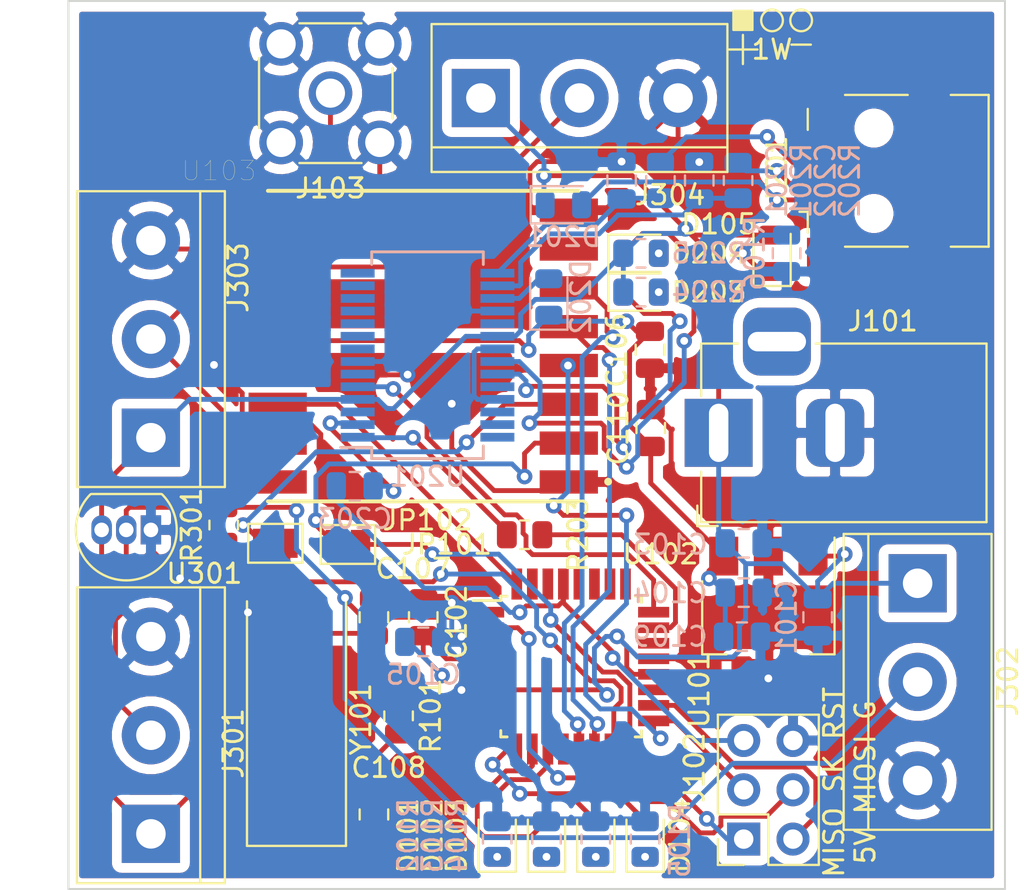
<source format=kicad_pcb>
(kicad_pcb (version 20171130) (host pcbnew "(5.1.6)-1")
  (layers (0 F.Cu signal) (31 B.Cu signal) (34 B.Paste user) (35 F.Paste user) (36 B.SilkS user) (37 F.SilkS user) (38 B.Mask user) (39 F.Mask user) (44 Edge.Cuts user))
  (net 0 "")
  (net 1 5V)
  (net 2 GND)
  (net 3 3V3)
  (net 4 "Net-(C107-Pad2)")
  (net 5 "Net-(C108-Pad2)")
  (net 6 "Net-(C201-Pad1)")
  (net 7 "Net-(C202-Pad1)")
  (net 8 "Net-(C203-Pad2)")
  (net 9 DTR)
  (net 10 "Net-(D101-Pad2)")
  (net 11 "Net-(D101-Pad1)")
  (net 12 "Net-(D102-Pad2)")
  (net 13 "Net-(D102-Pad1)")
  (net 14 "Net-(D103-Pad1)")
  (net 15 "Net-(D103-Pad2)")
  (net 16 "Net-(D104-Pad1)")
  (net 17 "Net-(D104-Pad2)")
  (net 18 "Net-(D201-Pad2)")
  (net 19 "Net-(D202-Pad2)")
  (net 20 "Net-(D203-Pad1)")
  (net 21 "Net-(D203-Pad2)")
  (net 22 "Net-(D204-Pad2)")
  (net 23 "Net-(D204-Pad1)")
  (net 24 /MISO_D12)
  (net 25 /SCK_D13)
  (net 26 /MOSI_D11)
  (net 27 "Net-(J103-Pad1)")
  (net 28 "Net-(J201-Pad2)")
  (net 29 "Net-(J201-Pad3)")
  (net 30 1-Wire)
  (net 31 "Net-(JP101-Pad2)")
  (net 32 "Net-(JP102-Pad2)")
  (net 33 RX)
  (net 34 "Net-(R203-Pad2)")
  (net 35 "Net-(U102-Pad12)")
  (net 36 /D9)
  (net 37 /D10)
  (net 38 "Net-(U102-Pad19)")
  (net 39 "Net-(U102-Pad22)")
  (net 40 TX)
  (net 41 "Net-(U102-Pad25)")
  (net 42 "Net-(U102-Pad26)")
  (net 43 "Net-(U102-Pad27)")
  (net 44 "Net-(U102-Pad28)")
  (net 45 "Net-(U102-Pad30)")
  (net 46 "Net-(U102-Pad31)")
  (net 47 /D2)
  (net 48 "Net-(U103-Pad7)")
  (net 49 "Net-(U103-Pad11)")
  (net 50 "Net-(U103-Pad12)")
  (net 51 "Net-(U103-Pad15)")
  (net 52 "Net-(U103-Pad16)")
  (net 53 "Net-(U201-Pad3)")
  (net 54 "Net-(U201-Pad6)")
  (net 55 "Net-(U201-Pad9)")
  (net 56 "Net-(U201-Pad10)")
  (net 57 "Net-(U201-Pad11)")
  (net 58 "Net-(U201-Pad12)")
  (net 59 "Net-(U201-Pad13)")
  (net 60 "Net-(U201-Pad14)")
  (net 61 "Net-(U201-Pad19)")
  (net 62 "Net-(U201-Pad26)")
  (net 63 "Net-(U201-Pad27)")
  (net 64 "Net-(U201-Pad28)")
  (net 65 "Net-(D105-Pad1)")
  (module Capacitor_SMD:C_0805_2012Metric (layer B.Cu) (at 133.35 63.5 270)
    (fp_text reference C101 (at 0 1.6 90) (layer B.SilkS) (effects (justify mirror)))
    (fp_text value 0.1)
    (pad 1 smd roundrect (at -0.95 0 270) (size 1 1.45) (layers B.Cu B.Paste B.Mask) (net 1 5V))
    (pad 2 smd roundrect (at 0.95 0 270) (size 1 1.45) (layers B.Cu B.Paste B.Mask) (net 2 GND))
  )
  (module Capacitor_SMD:C_0805_2012Metric (layer F.Cu) (at 113.03 63.5 90)
    (fp_text reference C102 (at -0.25 1.72 270) (layer F.SilkS))
    (fp_text value 0.1)
    (pad 2 smd roundrect (at 0.95 0 90) (size 1 1.45) (layers F.Cu F.Paste F.Mask) (net 2 GND))
    (pad 1 smd roundrect (at -0.95 0 90) (size 1 1.45) (layers F.Cu F.Paste F.Mask) (net 1 5V))
  )
  (module Capacitor_SMD:C_0805_2012Metric (layer B.Cu) (at 129.54 59.69)
    (fp_text reference C103 (at -3.79 0.06) (layer B.SilkS) (effects (justify mirror)))
    (fp_text value 0.1)
    (pad 1 smd roundrect (at -0.95 0) (size 1 1.45) (layers B.Cu B.Paste B.Mask) (net 1 5V))
    (pad 2 smd roundrect (at 0.95 0) (size 1 1.45) (layers B.Cu B.Paste B.Mask) (net 2 GND))
  )
  (module Capacitor_SMD:C_0805_2012Metric (layer B.Cu) (at 129.54 62.23)
    (fp_text reference C104 (at -3.79 0.02) (layer B.SilkS) (effects (justify mirror)))
    (fp_text value 10)
    (pad 1 smd roundrect (at -0.95 0) (size 1 1.45) (layers B.Cu B.Paste B.Mask) (net 3 3V3))
    (pad 2 smd roundrect (at 0.95 0) (size 1 1.45) (layers B.Cu B.Paste B.Mask) (net 2 GND))
  )
  (module Capacitor_SMD:C_0805_2012Metric (layer B.Cu) (at 113.03 64.77)
    (fp_text reference C105 (at 0 1.68) (layer B.SilkS) (effects (justify mirror)))
    (fp_text value 0.1)
    (pad 2 smd roundrect (at 0.95 0) (size 1 1.45) (layers B.Cu B.Paste B.Mask) (net 2 GND))
    (pad 1 smd roundrect (at -0.95 0) (size 1 1.45) (layers B.Cu B.Paste B.Mask) (net 1 5V))
  )
  (module Capacitor_SMD:C_0805_2012Metric (layer F.Cu) (at 124.71 49.72 270)
    (fp_text reference C106 (at 0.03 1.71 90) (layer F.SilkS))
    (fp_text value 0.1)
    (pad 1 smd roundrect (at -0.95 0 270) (size 1 1.45) (layers F.Cu F.Paste F.Mask) (net 3 3V3))
    (pad 2 smd roundrect (at 0.95 0 270) (size 1 1.45) (layers F.Cu F.Paste F.Mask) (net 2 GND))
  )
  (module Capacitor_SMD:C_0805_2012Metric (layer F.Cu) (at 110.49 63.5 270)
    (fp_text reference C107 (at -2.5 -2.01 180) (layer F.SilkS))
    (fp_text value 20p)
    (pad 2 smd roundrect (at 0.95 0 270) (size 1 1.45) (layers F.Cu F.Paste F.Mask) (net 4 "Net-(C107-Pad2)"))
    (pad 1 smd roundrect (at -0.95 0 270) (size 1 1.45) (layers F.Cu F.Paste F.Mask) (net 2 GND))
  )
  (module Capacitor_SMD:C_0805_2012Metric (layer F.Cu) (at 110.49 73.66 90)
    (fp_text reference C108 (at 2.41 0.76 180) (layer F.SilkS))
    (fp_text value 20p)
    (pad 1 smd roundrect (at -0.95 0 90) (size 1 1.45) (layers F.Cu F.Paste F.Mask) (net 2 GND))
    (pad 2 smd roundrect (at 0.95 0 90) (size 1 1.45) (layers F.Cu F.Paste F.Mask) (net 5 "Net-(C108-Pad2)"))
  )
  (module Capacitor_SMD:C_0805_2012Metric (layer B.Cu) (at 129.45 64.5)
    (fp_text reference C109 (at -3.7 0) (layer B.SilkS) (effects (justify mirror)))
    (fp_text value 0.1)
    (pad 1 smd roundrect (at -0.95 0) (size 1 1.45) (layers B.Cu B.Paste B.Mask) (net 3 3V3))
    (pad 2 smd roundrect (at 0.95 0) (size 1 1.45) (layers B.Cu B.Paste B.Mask) (net 2 GND))
  )
  (module Capacitor_SMD:C_0805_2012Metric (layer F.Cu) (at 124.75 53.75 90)
    (fp_text reference C110 (at 0 -1.68 90) (layer F.SilkS))
    (fp_text value 0.1)
    (pad 2 smd roundrect (at 0.95 0 90) (size 1 1.45) (layers F.Cu F.Paste F.Mask) (net 2 GND))
    (pad 1 smd roundrect (at -0.95 0 90) (size 1 1.45) (layers F.Cu F.Paste F.Mask) (net 3 3V3))
  )
  (module Capacitor_SMD:C_0805_2012Metric (layer B.Cu) (at 123.25 41 90)
    (fp_text reference C201 (at 0 8 90) (layer B.SilkS) (effects (justify mirror)))
    (fp_text value 47p)
    (pad 1 smd roundrect (at -0.95 0 90) (size 1 1.45) (layers B.Cu B.Paste B.Mask) (net 6 "Net-(C201-Pad1)"))
    (pad 2 smd roundrect (at 0.95 0 90) (size 1 1.45) (layers B.Cu B.Paste B.Mask) (net 2 GND))
  )
  (module Capacitor_SMD:C_0805_2012Metric (layer B.Cu) (at 127.25 41 90)
    (fp_text reference C202 (at 0 6.5 90) (layer B.SilkS) (effects (justify mirror)))
    (fp_text value 47p)
    (pad 2 smd roundrect (at 0.95 0 90) (size 1 1.45) (layers B.Cu B.Paste B.Mask) (net 2 GND))
    (pad 1 smd roundrect (at -0.95 0 90) (size 1 1.45) (layers B.Cu B.Paste B.Mask) (net 7 "Net-(C202-Pad1)"))
  )
  (module Capacitor_SMD:C_0805_2012Metric (layer B.Cu) (at 109.5 56.75)
    (fp_text reference C203 (at 0 1.68) (layer B.SilkS) (effects (justify mirror)))
    (fp_text value 0.01)
    (pad 2 smd roundrect (at 0.95 0) (size 1 1.45) (layers B.Cu B.Paste B.Mask) (net 8 "Net-(C203-Pad2)"))
    (pad 1 smd roundrect (at -0.95 0) (size 1 1.45) (layers B.Cu B.Paste B.Mask) (net 9 DTR))
  )
  (module Diode_SMD:D_0805_2012Metric (layer F.Cu) (at 116.84 74.93 90)
    (fp_text reference D101 (at 0.18 -4.59 90) (layer F.SilkS))
    (fp_text value T0)
    (pad 2 smd roundrect (at 0.9375 0 90) (size 0.975 1.4) (layers F.Cu F.Paste F.Mask) (net 10 "Net-(D101-Pad2)"))
    (pad 1 smd roundrect (at -0.9375 0 90) (size 0.975 1.4) (layers F.Cu F.Paste F.Mask) (net 11 "Net-(D101-Pad1)"))
  )
  (module Diode_SMD:D_0805_2012Metric (layer F.Cu) (at 119.38 74.93 90)
    (fp_text reference D102 (at 0.18 -5.88 90) (layer F.SilkS))
    (fp_text value T1)
    (pad 2 smd roundrect (at 0.9375 0 90) (size 0.975 1.4) (layers F.Cu F.Paste F.Mask) (net 12 "Net-(D102-Pad2)"))
    (pad 1 smd roundrect (at -0.9375 0 90) (size 0.975 1.4) (layers F.Cu F.Paste F.Mask) (net 13 "Net-(D102-Pad1)"))
  )
  (module Diode_SMD:D_0805_2012Metric (layer F.Cu) (at 121.92 74.93 90)
    (fp_text reference D103 (at 0.18 -7.17 90) (layer F.SilkS))
    (fp_text value T2)
    (pad 1 smd roundrect (at -0.9375 0 90) (size 0.975 1.4) (layers F.Cu F.Paste F.Mask) (net 14 "Net-(D103-Pad1)"))
    (pad 2 smd roundrect (at 0.9375 0 90) (size 0.975 1.4) (layers F.Cu F.Paste F.Mask) (net 15 "Net-(D103-Pad2)"))
  )
  (module Diode_SMD:D_0805_2012Metric (layer F.Cu) (at 124.46 74.93 90)
    (fp_text reference D104 (at 0.18 1.79 90) (layer F.SilkS))
    (fp_text value T3)
    (pad 1 smd roundrect (at -0.9375 0 90) (size 0.975 1.4) (layers F.Cu F.Paste F.Mask) (net 16 "Net-(D104-Pad1)"))
    (pad 2 smd roundrect (at 0.9375 0 90) (size 0.975 1.4) (layers F.Cu F.Paste F.Mask) (net 17 "Net-(D104-Pad2)"))
  )
  (module Diode_SMD:D_0805_2012Metric (layer B.Cu) (at 120.25 42.25)
    (fp_text reference D201 (at 0 1.65) (layer B.SilkS) (effects (justify mirror)))
    (fp_text value D_Schottky)
    (pad 1 smd roundrect (at -0.9375 0) (size 0.975 1.4) (layers B.Cu B.Paste B.Mask) (net 1 5V))
    (pad 2 smd roundrect (at 0.9375 0) (size 0.975 1.4) (layers B.Cu B.Paste B.Mask) (net 18 "Net-(D201-Pad2)"))
  )
  (module Diode_SMD:D_0805_2012Metric (layer B.Cu) (at 119.5 47 90)
    (fp_text reference D202 (at 0 1.65 270) (layer B.SilkS) (effects (justify mirror)))
    (fp_text value D_Schottky)
    (pad 2 smd roundrect (at 0.9375 0 90) (size 0.975 1.4) (layers B.Cu B.Paste B.Mask) (net 19 "Net-(D202-Pad2)"))
    (pad 1 smd roundrect (at -0.9375 0 90) (size 0.975 1.4) (layers B.Cu B.Paste B.Mask) (net 3 3V3))
  )
  (module Diode_SMD:D_0805_2012Metric (layer F.Cu) (at 124.25 46.75)
    (fp_text reference D203 (at 3.5 0) (layer F.SilkS))
    (fp_text value RX)
    (pad 1 smd roundrect (at -0.9375 0) (size 0.975 1.4) (layers F.Cu F.Paste F.Mask) (net 20 "Net-(D203-Pad1)"))
    (pad 2 smd roundrect (at 0.9375 0) (size 0.975 1.4) (layers F.Cu F.Paste F.Mask) (net 21 "Net-(D203-Pad2)"))
  )
  (module Diode_SMD:D_0805_2012Metric (layer F.Cu) (at 124.25 44.75)
    (fp_text reference D204 (at 3.5 0) (layer F.SilkS))
    (fp_text value TX)
    (pad 2 smd roundrect (at 0.9375 0) (size 0.975 1.4) (layers F.Cu F.Paste F.Mask) (net 22 "Net-(D204-Pad2)"))
    (pad 1 smd roundrect (at -0.9375 0) (size 0.975 1.4) (layers F.Cu F.Paste F.Mask) (net 23 "Net-(D204-Pad1)"))
  )
  (module Connector_BarrelJack:BarrelJack_Horizontal (layer F.Cu) (at 128.25 54 180)
    (fp_text reference J101 (at -8.45 5.75) (layer F.SilkS))
    (fp_text value "2.1mm X 5.5mm Barrel Connector")
    (pad 1 thru_hole rect (at 0 0 180) (size 3.5 3.5) (drill oval 1 3) (layers *.Cu *.Mask) (net 1 5V))
    (pad 2 thru_hole roundrect (at -6 0 180) (size 3 3.5) (drill oval 1 3) (layers *.Cu *.Mask) (net 2 GND))
    (pad 3 thru_hole roundrect (at -3 4.7 180) (size 3.5 3.5) (drill oval 3 1) (layers *.Cu *.Mask))
  )
  (module Connector_PinSocket_2.54mm:PinSocket_2x03_P2.54mm_Vertical (layer F.Cu) (at 129.54 74.93 180)
    (fp_text reference J102 (at 2.54 3.68 90) (layer F.SilkS))
    (fp_text value Prog)
    (pad 1 thru_hole rect (at 0 0 180) (size 1.7 1.7) (drill 1) (layers *.Cu *.Mask) (net 24 /MISO_D12))
    (pad 2 thru_hole oval (at -2.54 0 180) (size 1.7 1.7) (drill 1) (layers *.Cu *.Mask) (net 1 5V))
    (pad 3 thru_hole oval (at 0 2.54 180) (size 1.7 1.7) (drill 1) (layers *.Cu *.Mask) (net 25 /SCK_D13))
    (pad 4 thru_hole oval (at -2.54 2.54 180) (size 1.7 1.7) (drill 1) (layers *.Cu *.Mask) (net 26 /MOSI_D11))
    (pad 5 thru_hole oval (at 0 5.08 180) (size 1.7 1.7) (drill 1) (layers *.Cu *.Mask) (net 9 DTR))
    (pad 6 thru_hole oval (at -2.54 5.08 180) (size 1.7 1.7) (drill 1) (layers *.Cu *.Mask) (net 2 GND))
  )
  (module Connector_Coaxial:SMA_Molex_73251-2200_Horizontal (layer F.Cu) (at 108.25 36.5 90)
    (fp_text reference J103 (at -4.9 0) (layer F.SilkS))
    (fp_text value Conn_Coaxial)
    (pad 1 thru_hole circle (at 0 0 90) (size 2.25 2.25) (drill 1.5) (layers *.Cu *.Mask) (net 27 "Net-(J103-Pad1)"))
    (pad 2 thru_hole circle (at 2.54 2.54 180) (size 2.25 2.25) (drill 1.5) (layers *.Cu *.Mask) (net 2 GND))
    (pad 2 thru_hole circle (at 2.54 -2.54 90) (size 2.25 2.25) (drill 1.5) (layers *.Cu *.Mask) (net 2 GND))
    (pad 2 thru_hole circle (at -2.54 -2.54 90) (size 2.25 2.25) (drill 1.5) (layers *.Cu *.Mask) (net 2 GND))
    (pad 2 thru_hole circle (at -2.54 2.54 90) (size 2.25 2.25) (drill 1.5) (layers *.Cu *.Mask) (net 2 GND))
  )
  (module Connector_USB:USB_Mini-B_Lumberg_2486_01_Horizontal (layer F.Cu) (at 136.25 40.5 90)
    (fp_text reference J201 (at 0 -5 90) (layer F.SilkS))
    (fp_text value USB_B_Mini)
    (pad 1 smd rect (at -1.6 -2.7 90) (size 0.5 2) (layers F.Cu F.Paste F.Mask) (net 18 "Net-(D201-Pad2)"))
    (pad 2 smd rect (at -0.8 -2.7 90) (size 0.5 2) (layers F.Cu F.Paste F.Mask) (net 28 "Net-(J201-Pad2)"))
    (pad 3 smd rect (at 0 -2.7 90) (size 0.5 2) (layers F.Cu F.Paste F.Mask) (net 29 "Net-(J201-Pad3)"))
    (pad 4 smd rect (at 0.8 -2.7 90) (size 0.5 2) (layers F.Cu F.Paste F.Mask) (net 2 GND))
    (pad 5 smd rect (at 1.6 -2.7 90) (size 0.5 2) (layers F.Cu F.Paste F.Mask) (net 2 GND))
    (pad 6 smd rect (at -4.45 -2.6 90) (size 2 1.7) (layers F.Cu F.Paste F.Mask) (net 2 GND))
    (pad 6 smd rect (at -4.45 2.85 90) (size 2 1.7) (layers F.Cu F.Paste F.Mask) (net 2 GND))
    (pad 6 smd rect (at 4.45 -2.6 90) (size 2 1.7) (layers F.Cu F.Paste F.Mask) (net 2 GND))
    (pad 6 smd rect (at 4.45 2.85 90) (size 2 1.7) (layers F.Cu F.Paste F.Mask) (net 2 GND))
    (pad "" np_thru_hole circle (at -2.2 0 90) (size 1 1) (drill 1) (layers *.Cu *.Mask))
    (pad "" np_thru_hole circle (at 2.2 0 90) (size 1 1) (drill 1) (layers *.Cu *.Mask))
  )
  (module TerminalBlock:TerminalBlock_bornier-3_P5.08mm (layer F.Cu) (at 99 74.66 90)
    (fp_text reference J301 (at 4.66 4.25 90) (layer F.SilkS))
    (fp_text value "Borne 0")
    (pad 1 thru_hole rect (at 0 0 90) (size 3 3) (drill 1.52) (layers *.Cu *.Mask) (net 1 5V))
    (pad 2 thru_hole circle (at 5.08 0 90) (size 3 3) (drill 1.52) (layers *.Cu *.Mask) (net 30 1-Wire))
    (pad 3 thru_hole circle (at 10.16 0 90) (size 3 3) (drill 1.52) (layers *.Cu *.Mask) (net 2 GND))
  )
  (module TerminalBlock:TerminalBlock_bornier-3_P5.08mm (layer F.Cu) (at 138.5 61.75 270)
    (fp_text reference J302 (at 5.05 -4.65 90) (layer F.SilkS))
    (fp_text value "Borne 1")
    (pad 3 thru_hole circle (at 10.16 0 270) (size 3 3) (drill 1.52) (layers *.Cu *.Mask) (net 2 GND))
    (pad 2 thru_hole circle (at 5.08 0 270) (size 3 3) (drill 1.52) (layers *.Cu *.Mask) (net 30 1-Wire))
    (pad 1 thru_hole rect (at 0 0 270) (size 3 3) (drill 1.52) (layers *.Cu *.Mask) (net 1 5V))
  )
  (module TerminalBlock:TerminalBlock_bornier-3_P5.08mm (layer F.Cu) (at 99 54.25 90)
    (fp_text reference J303 (at 8.25 4.5 90) (layer F.SilkS))
    (fp_text value "Borne 2")
    (pad 1 thru_hole rect (at 0 0 90) (size 3 3) (drill 1.52) (layers *.Cu *.Mask) (net 1 5V))
    (pad 2 thru_hole circle (at 5.08 0 90) (size 3 3) (drill 1.52) (layers *.Cu *.Mask) (net 30 1-Wire))
    (pad 3 thru_hole circle (at 10.16 0 90) (size 3 3) (drill 1.52) (layers *.Cu *.Mask) (net 2 GND))
  )
  (module TerminalBlock:TerminalBlock_bornier-3_P5.08mm (layer F.Cu) (at 116 36.75)
    (fp_text reference J304 (at 9.75 5) (layer F.SilkS))
    (fp_text value "Borne 3")
    (pad 3 thru_hole circle (at 10.16 0) (size 3 3) (drill 1.52) (layers *.Cu *.Mask) (net 2 GND))
    (pad 2 thru_hole circle (at 5.08 0) (size 3 3) (drill 1.52) (layers *.Cu *.Mask) (net 30 1-Wire))
    (pad 1 thru_hole rect (at 0 0) (size 3 3) (drill 1.52) (layers *.Cu *.Mask) (net 1 5V))
  )
  (module Jumper:SolderJumper-2_P1.3mm_Open_Pad1.0x1.5mm (layer F.Cu) (at 109.15 59.75 180)
    (fp_text reference JP101 (at -5.1 0 180) (layer F.SilkS))
    (fp_text value Jumper)
    (pad 2 smd rect (at 0.65 0 180) (size 1 1.5) (layers F.Cu F.Mask) (net 31 "Net-(JP101-Pad2)"))
    (pad 1 smd rect (at -0.65 0 180) (size 1 1.5) (layers F.Cu F.Mask) (net 24 /MISO_D12))
  )
  (module Jumper:SolderJumper-2_P1.3mm_Open_Pad1.0x1.5mm (layer F.Cu) (at 105.41 59.69 180)
    (fp_text reference JP102 (at -7.84 1.19 180) (layer F.SilkS))
    (fp_text value Jumper)
    (pad 1 smd rect (at -0.65 0 180) (size 1 1.5) (layers F.Cu F.Mask) (net 26 /MOSI_D11))
    (pad 2 smd rect (at 0.65 0 180) (size 1 1.5) (layers F.Cu F.Mask) (net 32 "Net-(JP102-Pad2)"))
  )
  (module Resistor_SMD:R_0805_2012Metric (layer F.Cu) (at 111.76 68.58 270)
    (fp_text reference R101 (at 0 -1.65 90) (layer F.SilkS))
    (fp_text value 1M)
    (pad 1 smd roundrect (at -0.9125 0 270) (size 1.025 1.4) (layers F.Cu F.Paste F.Mask) (roundrect_rratio 0.243902) (net 4 "Net-(C107-Pad2)"))
    (pad 2 smd roundrect (at 0.9125 0 270) (size 1.025 1.4) (layers F.Cu F.Paste F.Mask) (roundrect_rratio 0.243902) (net 5 "Net-(C108-Pad2)"))
  )
  (module Resistor_SMD:R_0805_2012Metric (layer B.Cu) (at 116.84 74.93 90)
    (fp_text reference R102 (at 0.18 -4.59 90) (layer B.SilkS) (effects (justify mirror)))
    (fp_text value 330)
    (pad 1 smd roundrect (at -0.9125 0 90) (size 1.025 1.4) (layers B.Cu B.Paste B.Mask) (roundrect_rratio 0.243902) (net 11 "Net-(D101-Pad1)"))
    (pad 2 smd roundrect (at 0.9125 0 90) (size 1.025 1.4) (layers B.Cu B.Paste B.Mask) (roundrect_rratio 0.243902) (net 2 GND))
  )
  (module Resistor_SMD:R_0805_2012Metric (layer B.Cu) (at 119.38 74.93 90)
    (fp_text reference R103 (at 0.18 -5.88 270) (layer B.SilkS) (effects (justify mirror)))
    (fp_text value 330)
    (pad 2 smd roundrect (at 0.9125 0 90) (size 1.025 1.4) (layers B.Cu B.Paste B.Mask) (roundrect_rratio 0.243902) (net 2 GND))
    (pad 1 smd roundrect (at -0.9125 0 90) (size 1.025 1.4) (layers B.Cu B.Paste B.Mask) (roundrect_rratio 0.243902) (net 13 "Net-(D102-Pad1)"))
  )
  (module Resistor_SMD:R_0805_2012Metric (layer B.Cu) (at 121.92 74.93 90)
    (fp_text reference R104 (at 0.18 -7.17 270) (layer B.SilkS) (effects (justify mirror)))
    (fp_text value 330)
    (pad 1 smd roundrect (at -0.9125 0 90) (size 1.025 1.4) (layers B.Cu B.Paste B.Mask) (roundrect_rratio 0.243902) (net 14 "Net-(D103-Pad1)"))
    (pad 2 smd roundrect (at 0.9125 0 90) (size 1.025 1.4) (layers B.Cu B.Paste B.Mask) (roundrect_rratio 0.243902) (net 2 GND))
  )
  (module Resistor_SMD:R_0805_2012Metric (layer B.Cu) (at 124.46 74.93 90)
    (fp_text reference R105 (at -0.07 1.79 90) (layer B.SilkS) (effects (justify mirror)))
    (fp_text value 330)
    (pad 2 smd roundrect (at 0.9125 0 90) (size 1.025 1.4) (layers B.Cu B.Paste B.Mask) (roundrect_rratio 0.243902) (net 2 GND))
    (pad 1 smd roundrect (at -0.9125 0 90) (size 1.025 1.4) (layers B.Cu B.Paste B.Mask) (roundrect_rratio 0.243902) (net 16 "Net-(D104-Pad1)"))
  )
  (module Resistor_SMD:R_0805_2012Metric (layer B.Cu) (at 125.25 41 90)
    (fp_text reference R201 (at 0 7.25 90) (layer B.SilkS) (effects (justify mirror)))
    (fp_text value 20)
    (pad 2 smd roundrect (at 0.9125 0 90) (size 1.025 1.4) (layers B.Cu B.Paste B.Mask) (roundrect_rratio 0.243902) (net 29 "Net-(J201-Pad3)"))
    (pad 1 smd roundrect (at -0.9125 0 90) (size 1.025 1.4) (layers B.Cu B.Paste B.Mask) (roundrect_rratio 0.243902) (net 6 "Net-(C201-Pad1)"))
  )
  (module Resistor_SMD:R_0805_2012Metric (layer B.Cu) (at 129.25 41 90)
    (fp_text reference R202 (at 0 5.75 270) (layer B.SilkS) (effects (justify mirror)))
    (fp_text value 20)
    (pad 1 smd roundrect (at -0.9125 0 90) (size 1.025 1.4) (layers B.Cu B.Paste B.Mask) (roundrect_rratio 0.243902) (net 7 "Net-(C202-Pad1)"))
    (pad 2 smd roundrect (at 0.9125 0 90) (size 1.025 1.4) (layers B.Cu B.Paste B.Mask) (roundrect_rratio 0.243902) (net 28 "Net-(J201-Pad2)"))
  )
  (module Resistor_SMD:R_0805_2012Metric (layer F.Cu) (at 118.25 59.25 180)
    (fp_text reference R203 (at -2.75 0 270) (layer F.SilkS))
    (fp_text value 10)
    (pad 1 smd roundrect (at -0.9125 0 180) (size 1.025 1.4) (layers F.Cu F.Paste F.Mask) (roundrect_rratio 0.243902) (net 33 RX))
    (pad 2 smd roundrect (at 0.9125 0 180) (size 1.025 1.4) (layers F.Cu F.Paste F.Mask) (roundrect_rratio 0.243902) (net 34 "Net-(R203-Pad2)"))
  )
  (module Resistor_SMD:R_0805_2012Metric (layer B.Cu) (at 124.25 46.75 180)
    (fp_text reference R204 (at -3.5 0) (layer B.SilkS) (effects (justify mirror)))
    (fp_text value 330)
    (pad 1 smd roundrect (at -0.9125 0 180) (size 1.025 1.4) (layers B.Cu B.Paste B.Mask) (roundrect_rratio 0.243902) (net 21 "Net-(D203-Pad2)"))
    (pad 2 smd roundrect (at 0.9125 0 180) (size 1.025 1.4) (layers B.Cu B.Paste B.Mask) (roundrect_rratio 0.243902) (net 1 5V))
  )
  (module Resistor_SMD:R_0805_2012Metric (layer B.Cu) (at 124.25 44.75 180)
    (fp_text reference R205 (at -3.5 0) (layer B.SilkS) (effects (justify mirror)))
    (fp_text value 330)
    (pad 2 smd roundrect (at 0.9125 0 180) (size 1.025 1.4) (layers B.Cu B.Paste B.Mask) (roundrect_rratio 0.243902) (net 1 5V))
    (pad 1 smd roundrect (at -0.9125 0 180) (size 1.025 1.4) (layers B.Cu B.Paste B.Mask) (roundrect_rratio 0.243902) (net 22 "Net-(D204-Pad2)"))
  )
  (module Resistor_SMD:R_0805_2012Metric (layer F.Cu) (at 102.75 58.75 90)
    (fp_text reference R301 (at 0 -1.65 90) (layer F.SilkS))
    (fp_text value 4.7K)
    (pad 2 smd roundrect (at 0.9125 0 90) (size 1.025 1.4) (layers F.Cu F.Paste F.Mask) (roundrect_rratio 0.243902) (net 30 1-Wire))
    (pad 1 smd roundrect (at -0.9125 0 90) (size 1.025 1.4) (layers F.Cu F.Paste F.Mask) (roundrect_rratio 0.243902) (net 1 5V))
  )
  (module Package_TO_SOT_SMD:SOT-223-3_TabPin2 (layer F.Cu) (at 130.81 63.5 270)
    (fp_text reference U101 (at 3.75 3.56 90) (layer F.SilkS))
    (fp_text value LM2937xMP)
    (pad 2 smd rect (at 3.15 0 270) (size 2 3.8) (layers F.Cu F.Paste F.Mask) (net 2 GND))
    (pad 2 smd rect (at -3.15 0 270) (size 2 1.5) (layers F.Cu F.Paste F.Mask) (net 2 GND))
    (pad 3 smd rect (at -3.15 2.3 270) (size 2 1.5) (layers F.Cu F.Paste F.Mask) (net 3 3V3))
    (pad 1 smd rect (at -3.15 -2.3 270) (size 2 1.5) (layers F.Cu F.Paste F.Mask) (net 1 5V))
  )
  (module Package_QFP:TQFP-32_7x7mm_P0.8mm (layer F.Cu) (at 120.65 66.04)
    (fp_text reference U102 (at 4.6 -5.79) (layer F.SilkS))
    (fp_text value ATmega328P-AU)
    (pad 1 smd rect (at -4.25 -2.8) (size 1.6 0.55) (layers F.Cu F.Paste F.Mask) (net 30 1-Wire))
    (pad 2 smd rect (at -4.25 -2) (size 1.6 0.55) (layers F.Cu F.Paste F.Mask) (net 17 "Net-(D104-Pad2)"))
    (pad 3 smd rect (at -4.25 -1.2) (size 1.6 0.55) (layers F.Cu F.Paste F.Mask) (net 2 GND))
    (pad 4 smd rect (at -4.25 -0.4) (size 1.6 0.55) (layers F.Cu F.Paste F.Mask) (net 1 5V))
    (pad 5 smd rect (at -4.25 0.4) (size 1.6 0.55) (layers F.Cu F.Paste F.Mask) (net 2 GND))
    (pad 6 smd rect (at -4.25 1.2) (size 1.6 0.55) (layers F.Cu F.Paste F.Mask) (net 1 5V))
    (pad 7 smd rect (at -4.25 2) (size 1.6 0.55) (layers F.Cu F.Paste F.Mask) (net 4 "Net-(C107-Pad2)"))
    (pad 8 smd rect (at -4.25 2.8) (size 1.6 0.55) (layers F.Cu F.Paste F.Mask) (net 5 "Net-(C108-Pad2)"))
    (pad 9 smd rect (at -2.8 4.25 90) (size 1.6 0.55) (layers F.Cu F.Paste F.Mask) (net 15 "Net-(D103-Pad2)"))
    (pad 10 smd rect (at -2 4.25 90) (size 1.6 0.55) (layers F.Cu F.Paste F.Mask) (net 12 "Net-(D102-Pad2)"))
    (pad 11 smd rect (at -1.2 4.25 90) (size 1.6 0.55) (layers F.Cu F.Paste F.Mask) (net 10 "Net-(D101-Pad2)"))
    (pad 12 smd rect (at -0.4 4.25 90) (size 1.6 0.55) (layers F.Cu F.Paste F.Mask) (net 35 "Net-(U102-Pad12)"))
    (pad 13 smd rect (at 0.4 4.25 90) (size 1.6 0.55) (layers F.Cu F.Paste F.Mask) (net 36 /D9))
    (pad 14 smd rect (at 1.2 4.25 90) (size 1.6 0.55) (layers F.Cu F.Paste F.Mask) (net 37 /D10))
    (pad 15 smd rect (at 2 4.25 90) (size 1.6 0.55) (layers F.Cu F.Paste F.Mask) (net 26 /MOSI_D11))
    (pad 16 smd rect (at 2.8 4.25 90) (size 1.6 0.55) (layers F.Cu F.Paste F.Mask) (net 24 /MISO_D12))
    (pad 17 smd rect (at 4.25 2.8) (size 1.6 0.55) (layers F.Cu F.Paste F.Mask) (net 25 /SCK_D13))
    (pad 18 smd rect (at 4.25 2) (size 1.6 0.55) (layers F.Cu F.Paste F.Mask) (net 1 5V))
    (pad 19 smd rect (at 4.25 1.2) (size 1.6 0.55) (layers F.Cu F.Paste F.Mask) (net 38 "Net-(U102-Pad19)"))
    (pad 20 smd rect (at 4.25 0.4) (size 1.6 0.55) (layers F.Cu F.Paste F.Mask) (net 1 5V))
    (pad 21 smd rect (at 4.25 -0.4) (size 1.6 0.55) (layers F.Cu F.Paste F.Mask) (net 2 GND))
    (pad 22 smd rect (at 4.25 -1.2) (size 1.6 0.55) (layers F.Cu F.Paste F.Mask) (net 39 "Net-(U102-Pad22)"))
    (pad 23 smd rect (at 4.25 -2) (size 1.6 0.55) (layers F.Cu F.Paste F.Mask) (net 33 RX))
    (pad 24 smd rect (at 4.25 -2.8) (size 1.6 0.55) (layers F.Cu F.Paste F.Mask) (net 40 TX))
    (pad 25 smd rect (at 2.8 -4.25 90) (size 1.6 0.55) (layers F.Cu F.Paste F.Mask) (net 41 "Net-(U102-Pad25)"))
    (pad 26 smd rect (at 2 -4.25 90) (size 1.6 0.55) (layers F.Cu F.Paste F.Mask) (net 42 "Net-(U102-Pad26)"))
    (pad 27 smd rect (at 1.2 -4.25 90) (size 1.6 0.55) (layers F.Cu F.Paste F.Mask) (net 43 "Net-(U102-Pad27)"))
    (pad 28 smd rect (at 0.4 -4.25 90) (size 1.6 0.55) (layers F.Cu F.Paste F.Mask) (net 44 "Net-(U102-Pad28)"))
    (pad 29 smd rect (at -0.4 -4.25 90) (size 1.6 0.55) (layers F.Cu F.Paste F.Mask) (net 9 DTR))
    (pad 30 smd rect (at -1.2 -4.25 90) (size 1.6 0.55) (layers F.Cu F.Paste F.Mask) (net 45 "Net-(U102-Pad30)"))
    (pad 31 smd rect (at -2 -4.25 90) (size 1.6 0.55) (layers F.Cu F.Paste F.Mask) (net 46 "Net-(U102-Pad31)"))
    (pad 32 smd rect (at -2.8 -4.25 90) (size 1.6 0.55) (layers F.Cu F.Paste F.Mask) (net 47 /D2))
  )
  (module Électrique:MOD_COM-13909 (layer F.Cu) (at 113.03 49.53 180)
    (fp_text reference U103 (at 10.53 9.03) (layer F.SilkS) (effects (font (size 1.00263 1.00263) (thickness 0.015))))
    (fp_text value RMF95)
    (pad 1 smd rect (at -7.5 -7 180) (size 3 1.2) (layers F.Cu F.Paste F.Mask) (net 2 GND))
    (pad 2 smd rect (at -7.5 -5 180) (size 3 1.2) (layers F.Cu F.Paste F.Mask) (net 31 "Net-(JP101-Pad2)"))
    (pad 3 smd rect (at -7.5 -3 180) (size 3 1.2) (layers F.Cu F.Paste F.Mask) (net 32 "Net-(JP102-Pad2)"))
    (pad 4 smd rect (at -7.5 -1 180) (size 3 1.2) (layers F.Cu F.Paste F.Mask) (net 25 /SCK_D13))
    (pad 5 smd rect (at -7.5 1 180) (size 3 1.2) (layers F.Cu F.Paste F.Mask) (net 37 /D10))
    (pad 6 smd rect (at -7.5 3 180) (size 3 1.2) (layers F.Cu F.Paste F.Mask) (net 36 /D9))
    (pad 7 smd rect (at -7.5 5 180) (size 3 1.2) (layers F.Cu F.Paste F.Mask) (net 48 "Net-(U103-Pad7)"))
    (pad 8 smd rect (at -7.5 7 180) (size 3 1.2) (layers F.Cu F.Paste F.Mask) (net 2 GND))
    (pad 9 smd rect (at 7.5 7 180) (size 3 1.2) (layers F.Cu F.Paste F.Mask) (net 27 "Net-(J103-Pad1)"))
    (pad 10 smd rect (at 7.5 5 180) (size 3 1.2) (layers F.Cu F.Paste F.Mask) (net 2 GND))
    (pad 11 smd rect (at 7.5 3 180) (size 3 1.2) (layers F.Cu F.Paste F.Mask) (net 49 "Net-(U103-Pad11)"))
    (pad 12 smd rect (at 7.5 1 180) (size 3 1.2) (layers F.Cu F.Paste F.Mask) (net 50 "Net-(U103-Pad12)"))
    (pad 13 smd rect (at 7.5 -1 180) (size 3 1.2) (layers F.Cu F.Paste F.Mask) (net 3 3V3))
    (pad 14 smd rect (at 7.5 -3 180) (size 3 1.2) (layers F.Cu F.Paste F.Mask) (net 47 /D2))
    (pad 15 smd rect (at 7.5 -5 180) (size 3 1.2) (layers F.Cu F.Paste F.Mask) (net 51 "Net-(U103-Pad15)"))
    (pad 16 smd rect (at 7.5 -7 180) (size 3 1.2) (layers F.Cu F.Paste F.Mask) (net 52 "Net-(U103-Pad16)"))
  )
  (module Package_SO:SSOP-28_5.3x10.2mm_P0.65mm (layer B.Cu) (at 113.25 50)
    (fp_text reference U201 (at 0 6.25 180) (layer B.SilkS) (effects (justify mirror)))
    (fp_text value FT232RL)
    (pad 1 smd rect (at -3.6 4.225) (size 1.75 0.45) (layers B.Cu B.Paste B.Mask) (net 34 "Net-(R203-Pad2)"))
    (pad 2 smd rect (at -3.6 3.575) (size 1.75 0.45) (layers B.Cu B.Paste B.Mask) (net 8 "Net-(C203-Pad2)"))
    (pad 3 smd rect (at -3.6 2.925) (size 1.75 0.45) (layers B.Cu B.Paste B.Mask) (net 53 "Net-(U201-Pad3)"))
    (pad 4 smd rect (at -3.6 2.275) (size 1.75 0.45) (layers B.Cu B.Paste B.Mask) (net 1 5V))
    (pad 5 smd rect (at -3.6 1.625) (size 1.75 0.45) (layers B.Cu B.Paste B.Mask) (net 40 TX))
    (pad 6 smd rect (at -3.6 0.975) (size 1.75 0.45) (layers B.Cu B.Paste B.Mask) (net 54 "Net-(U201-Pad6)"))
    (pad 7 smd rect (at -3.6 0.325) (size 1.75 0.45) (layers B.Cu B.Paste B.Mask) (net 2 GND))
    (pad 8 smd rect (at -3.6 -0.325) (size 1.75 0.45) (layers B.Cu B.Paste B.Mask))
    (pad 9 smd rect (at -3.6 -0.975) (size 1.75 0.45) (layers B.Cu B.Paste B.Mask) (net 55 "Net-(U201-Pad9)"))
    (pad 10 smd rect (at -3.6 -1.625) (size 1.75 0.45) (layers B.Cu B.Paste B.Mask) (net 56 "Net-(U201-Pad10)"))
    (pad 11 smd rect (at -3.6 -2.275) (size 1.75 0.45) (layers B.Cu B.Paste B.Mask) (net 57 "Net-(U201-Pad11)"))
    (pad 12 smd rect (at -3.6 -2.925) (size 1.75 0.45) (layers B.Cu B.Paste B.Mask) (net 58 "Net-(U201-Pad12)"))
    (pad 13 smd rect (at -3.6 -3.575) (size 1.75 0.45) (layers B.Cu B.Paste B.Mask) (net 59 "Net-(U201-Pad13)"))
    (pad 14 smd rect (at -3.6 -4.225) (size 1.75 0.45) (layers B.Cu B.Paste B.Mask) (net 60 "Net-(U201-Pad14)"))
    (pad 15 smd rect (at 3.6 -4.225) (size 1.75 0.45) (layers B.Cu B.Paste B.Mask) (net 6 "Net-(C201-Pad1)"))
    (pad 16 smd rect (at 3.6 -3.575) (size 1.75 0.45) (layers B.Cu B.Paste B.Mask) (net 7 "Net-(C202-Pad1)"))
    (pad 17 smd rect (at 3.6 -2.925) (size 1.75 0.45) (layers B.Cu B.Paste B.Mask) (net 19 "Net-(D202-Pad2)"))
    (pad 18 smd rect (at 3.6 -2.275) (size 1.75 0.45) (layers B.Cu B.Paste B.Mask) (net 2 GND))
    (pad 19 smd rect (at 3.6 -1.625) (size 1.75 0.45) (layers B.Cu B.Paste B.Mask) (net 61 "Net-(U201-Pad19)"))
    (pad 20 smd rect (at 3.6 -0.975) (size 1.75 0.45) (layers B.Cu B.Paste B.Mask) (net 1 5V))
    (pad 21 smd rect (at 3.6 -0.325) (size 1.75 0.45) (layers B.Cu B.Paste B.Mask) (net 2 GND))
    (pad 22 smd rect (at 3.6 0.325) (size 1.75 0.45) (layers B.Cu B.Paste B.Mask) (net 23 "Net-(D204-Pad1)"))
    (pad 23 smd rect (at 3.6 0.975) (size 1.75 0.45) (layers B.Cu B.Paste B.Mask) (net 20 "Net-(D203-Pad1)"))
    (pad 24 smd rect (at 3.6 1.625) (size 1.75 0.45) (layers B.Cu B.Paste B.Mask))
    (pad 25 smd rect (at 3.6 2.275) (size 1.75 0.45) (layers B.Cu B.Paste B.Mask) (net 2 GND))
    (pad 26 smd rect (at 3.6 2.925) (size 1.75 0.45) (layers B.Cu B.Paste B.Mask) (net 62 "Net-(U201-Pad26)"))
    (pad 27 smd rect (at 3.6 3.575) (size 1.75 0.45) (layers B.Cu B.Paste B.Mask) (net 63 "Net-(U201-Pad27)"))
    (pad 28 smd rect (at 3.6 4.225) (size 1.75 0.45) (layers B.Cu B.Paste B.Mask) (net 64 "Net-(U201-Pad28)"))
  )
  (module Package_TO_SOT_THT:TO-92_Inline (layer F.Cu) (at 99 59 180)
    (fp_text reference U301 (at -2.75 -2.25) (layer F.SilkS))
    (fp_text value DS18B20)
    (pad 2 thru_hole oval (at 1.27 0 180) (size 1.05 1.5) (drill 0.75) (layers *.Cu *.Mask) (net 30 1-Wire))
    (pad 3 thru_hole oval (at 2.54 0 180) (size 1.05 1.5) (drill 0.75) (layers *.Cu *.Mask) (net 1 5V))
    (pad 1 thru_hole rect (at 0 0 180) (size 1.05 1.5) (drill 0.75) (layers *.Cu *.Mask) (net 2 GND))
  )
  (module Crystal:Crystal_SMD_HC49-SD (layer F.Cu) (at 106.5 68.58 90)
    (fp_text reference Y101 (at -0.17 3.32 90) (layer F.SilkS))
    (fp_text value 16MHz)
    (pad 1 smd rect (at -4.25 0 90) (size 4.5 2) (layers F.Cu F.Paste F.Mask) (net 5 "Net-(C108-Pad2)"))
    (pad 2 smd rect (at 4.25 0 90) (size 4.5 2) (layers F.Cu F.Paste F.Mask) (net 4 "Net-(C107-Pad2)"))
  )
  (module Diode_SMD:D_0805_2012Metric (layer F.Cu) (at 131 44.75 90)
    (fp_text reference D105 (at 1.5 -2.75 180) (layer F.SilkS))
    (fp_text value TA)
    (pad 1 smd roundrect (at -0.9375 0 90) (size 0.975 1.4) (layers F.Cu F.Paste F.Mask) (net 65 "Net-(D105-Pad1)"))
    (pad 2 smd roundrect (at 0.9375 0 90) (size 0.975 1.4) (layers F.Cu F.Paste F.Mask) (net 1 5V))
  )
  (module Resistor_SMD:R_0805_2012Metric (layer B.Cu) (at 131.75 44.75 270)
    (fp_text reference R106 (at 0 1.65 90) (layer B.SilkS) (effects (justify mirror)))
    (fp_text value 330)
    (pad 1 smd roundrect (at -0.9375 0 270) (size 0.975 1.4) (layers B.Cu B.Paste B.Mask) (net 65 "Net-(D105-Pad1)"))
    (pad 2 smd roundrect (at 0.9375 0 270) (size 0.975 1.4) (layers B.Cu B.Paste B.Mask) (net 2 GND))
  )
  (gr_text 1W (at 131 34.25) (layer F.SilkS) (effects (font (size 1 1))))
  (gr_line (start 132 34) (end 133 34) (layer F.SilkS) (width 0.12))
  (gr_circle (center 132.5 32.75) (end 133 33) (layer F.SilkS) (width 0.12))
  (gr_circle (center 131 32.75) (end 131.5 33) (layer F.SilkS) (width 0.12))
  (gr_line (start 129.5 33.75) (end 129.5 33.5) (layer F.SilkS) (width 0.12))
  (gr_line (start 128.75 34.25) (end 130.25 34.25) (layer F.SilkS) (width 0.12))
  (gr_line (start 129.5 33.75) (end 129.5 35) (layer F.SilkS) (width 0.12))
  (gr_poly (pts (xy 130 33.25) (xy 129 33.25) (xy 129 32.25) (xy 130 32.25)) (layer F.SilkS) (width 0.1))
  (gr_text "MISO SK RST\n5V MIOSI G" (at 135 72 90) (layer F.SilkS) (effects (font (size 1 1))))
  (gr_line (start 143 31.75) (end 143 77.5) (layer Edge.Cuts) (width 0.1))
  (gr_line (start 94.75 31.75) (end 143 31.75) (layer Edge.Cuts) (width 0.1))
  (gr_line (start 94.75 77.5) (end 94.75 31.75) (layer Edge.Cuts) (width 0.1))
  (gr_line (start 143 77.5) (end 94.75 77.5) (layer Edge.Cuts) (width 0.1))
  (segment (start 133.255001 73.754999) (end 132.08 74.93) (width 0.25) (layer F.Cu) (net 1))
  (segment (start 133.255001 71.825999) (end 133.255001 73.754999) (width 0.25) (layer F.Cu) (net 1))
  (segment (start 132.644001 71.214999) (end 133.255001 71.825999) (width 0.25) (layer F.Cu) (net 1))
  (segment (start 129.165997 71.214999) (end 132.644001 71.214999) (width 0.25) (layer F.Cu) (net 1))
  (segment (start 124.9 68.04) (end 125.990998 68.04) (width 0.25) (layer F.Cu) (net 1))
  (segment (start 127.225499 67.715499) (end 127.225499 69.274501) (width 0.25) (layer F.Cu) (net 1))
  (segment (start 125.95 66.44) (end 127.225499 67.715499) (width 0.25) (layer F.Cu) (net 1))
  (segment (start 124.9 66.44) (end 125.95 66.44) (width 0.25) (layer F.Cu) (net 1))
  (segment (start 127.225499 69.274501) (end 129.165997 71.214999) (width 0.25) (layer F.Cu) (net 1))
  (segment (start 125.990998 68.04) (end 127.225499 69.274501) (width 0.25) (layer F.Cu) (net 1))
  (segment (start 96.46 56.79) (end 99 54.25) (width 0.25) (layer F.Cu) (net 1))
  (segment (start 96.46 59) (end 96.46 56.79) (width 0.25) (layer F.Cu) (net 1))
  (segment (start 96.46 72.12) (end 99 74.66) (width 0.25) (layer F.Cu) (net 1))
  (segment (start 96.46 59) (end 96.46 72.12) (width 0.25) (layer F.Cu) (net 1))
  (segment (start 102.75 70.91) (end 99 74.66) (width 0.25) (layer F.Cu) (net 1))
  (segment (start 102.75 59.6625) (end 102.75 70.91) (width 0.25) (layer F.Cu) (net 1))
  (segment (start 114.22 65.64) (end 113.03 64.45) (width 0.25) (layer F.Cu) (net 1))
  (segment (start 116.4 65.64) (end 114.22 65.64) (width 0.25) (layer F.Cu) (net 1))
  (via (at 114 66.5) (size 0.8) (drill 0.4) (layers F.Cu B.Cu) (net 1))
  (segment (start 113.03 65.53) (end 114 66.5) (width 0.25) (layer F.Cu) (net 1))
  (segment (start 113.03 64.45) (end 113.03 65.53) (width 0.25) (layer F.Cu) (net 1))
  (segment (start 112.27 64.77) (end 112.08 64.77) (width 0.25) (layer B.Cu) (net 1))
  (segment (start 114 66.5) (end 112.27 64.77) (width 0.25) (layer B.Cu) (net 1))
  (segment (start 134.15 61.75) (end 133.35 62.55) (width 0.25) (layer B.Cu) (net 1))
  (segment (start 138.25 61.75) (end 134.15 61.75) (width 0.25) (layer B.Cu) (net 1))
  (segment (start 128.25 59.35) (end 128.59 59.69) (width 0.25) (layer B.Cu) (net 1))
  (segment (start 128.25 54) (end 128.25 59.35) (width 0.25) (layer B.Cu) (net 1))
  (segment (start 131.54001 60.74001) (end 133.35 62.55) (width 0.25) (layer B.Cu) (net 1))
  (segment (start 129.64001 60.74001) (end 131.54001 60.74001) (width 0.25) (layer B.Cu) (net 1))
  (segment (start 128.59 59.69) (end 129.64001 60.74001) (width 0.25) (layer B.Cu) (net 1))
  (via (at 134.75 60.25) (size 0.8) (drill 0.4) (layers F.Cu B.Cu) (net 1))
  (segment (start 134.65 60.35) (end 134.75 60.25) (width 0.25) (layer F.Cu) (net 1))
  (segment (start 133.11 60.35) (end 134.65 60.35) (width 0.25) (layer F.Cu) (net 1))
  (segment (start 133.35 61.65) (end 133.35 62.55) (width 0.25) (layer B.Cu) (net 1))
  (segment (start 134.75 60.25) (end 133.35 61.65) (width 0.25) (layer B.Cu) (net 1))
  (segment (start 123.3375 46.75) (end 123.3375 44.75) (width 0.25) (layer B.Cu) (net 1))
  (via (at 126.53808 43.491136) (size 0.8) (drill 0.4) (layers F.Cu B.Cu) (net 1))
  (segment (start 126.304226 43.72499) (end 126.53808 43.491136) (width 0.25) (layer B.Cu) (net 1))
  (segment (start 124.36251 43.72499) (end 126.304226 43.72499) (width 0.25) (layer B.Cu) (net 1))
  (segment (start 123.3375 44.75) (end 124.36251 43.72499) (width 0.25) (layer B.Cu) (net 1))
  (via (at 119.25 40.75) (size 0.8) (drill 0.4) (layers F.Cu B.Cu) (net 1))
  (segment (start 123.796944 40.75) (end 119.25 40.75) (width 0.25) (layer F.Cu) (net 1))
  (segment (start 126.53808 43.491136) (end 123.796944 40.75) (width 0.25) (layer F.Cu) (net 1))
  (segment (start 119.25 42.1875) (end 119.3125 42.25) (width 0.25) (layer B.Cu) (net 1))
  (segment (start 119.25 40.75) (end 119.25 42.1875) (width 0.25) (layer B.Cu) (net 1))
  (segment (start 117.525001 67.224999) (end 117.51 67.24) (width 0.25) (layer F.Cu) (net 1))
  (segment (start 117.51 67.24) (end 116.4 67.24) (width 0.25) (layer F.Cu) (net 1))
  (segment (start 117.525001 65.715001) (end 117.525001 67.224999) (width 0.25) (layer F.Cu) (net 1))
  (segment (start 117.45 65.64) (end 117.525001 65.715001) (width 0.25) (layer F.Cu) (net 1))
  (segment (start 116.4 65.64) (end 117.45 65.64) (width 0.25) (layer F.Cu) (net 1))
  (via (at 123.012653 64.487347) (size 0.8) (drill 0.4) (layers F.Cu B.Cu) (net 1))
  (segment (start 128.25 45.203056) (end 126.53808 43.491136) (width 0.25) (layer F.Cu) (net 1))
  (segment (start 128.25 54) (end 128.25 45.203056) (width 0.25) (layer F.Cu) (net 1))
  (segment (start 117.775001 49.025) (end 116.85 49.025) (width 0.25) (layer B.Cu) (net 1))
  (segment (start 118.050001 48.75) (end 117.775001 49.025) (width 0.25) (layer B.Cu) (net 1))
  (segment (start 118.050001 47.883149) (end 118.050001 48.75) (width 0.25) (layer B.Cu) (net 1))
  (segment (start 118.80816 47.12499) (end 118.050001 47.883149) (width 0.25) (layer B.Cu) (net 1))
  (segment (start 120.96251 47.12499) (end 118.80816 47.12499) (width 0.25) (layer B.Cu) (net 1))
  (segment (start 123.3375 44.75) (end 120.96251 47.12499) (width 0.25) (layer B.Cu) (net 1))
  (segment (start 119.25 40) (end 116 36.75) (width 0.25) (layer B.Cu) (net 1))
  (segment (start 119.25 40.75) (end 119.25 40) (width 0.25) (layer B.Cu) (net 1))
  (segment (start 129.32501 65.21318) (end 128.98818 65.55001) (width 0.25) (layer B.Cu) (net 1))
  (segment (start 124.075316 65.55001) (end 123.012653 64.487347) (width 0.25) (layer B.Cu) (net 1))
  (segment (start 129.32501 63.92499) (end 129.32501 65.21318) (width 0.25) (layer B.Cu) (net 1))
  (segment (start 128.98818 65.55001) (end 124.075316 65.55001) (width 0.25) (layer B.Cu) (net 1))
  (segment (start 129.64001 63.60999) (end 129.32501 63.92499) (width 0.25) (layer B.Cu) (net 1))
  (segment (start 129.64001 60.74001) (end 129.64001 63.60999) (width 0.25) (layer B.Cu) (net 1))
  (via (at 122.5 67.5) (size 0.8) (drill 0.4) (layers F.Cu B.Cu) (net 1))
  (segment (start 123.514256 66.104256) (end 123.85 66.44) (width 0.25) (layer F.Cu) (net 1))
  (segment (start 123.514256 64.98895) (end 123.514256 66.104256) (width 0.25) (layer F.Cu) (net 1))
  (segment (start 116.4 67.24) (end 122.24 67.24) (width 0.25) (layer F.Cu) (net 1))
  (segment (start 122.24 67.24) (end 122.5 67.5) (width 0.25) (layer F.Cu) (net 1))
  (segment (start 123.012653 64.487347) (end 123.514256 64.98895) (width 0.25) (layer F.Cu) (net 1))
  (segment (start 123.85 66.44) (end 124.9 66.44) (width 0.25) (layer F.Cu) (net 1))
  (segment (start 121.850001 66.850001) (end 122.5 67.5) (width 0.25) (layer B.Cu) (net 1))
  (segment (start 122.446968 64.487347) (end 121.850001 65.084314) (width 0.25) (layer B.Cu) (net 1))
  (segment (start 123.012653 64.487347) (end 122.446968 64.487347) (width 0.25) (layer B.Cu) (net 1))
  (segment (start 121.850001 65.084314) (end 121.850001 66.850001) (width 0.25) (layer B.Cu) (net 1))
  (segment (start 100.975 52.275) (end 99 54.25) (width 0.25) (layer B.Cu) (net 1))
  (segment (start 109.65 52.275) (end 100.975 52.275) (width 0.25) (layer B.Cu) (net 1))
  (segment (start 111.160002 52.75) (end 110.685002 52.275) (width 0.25) (layer B.Cu) (net 1))
  (segment (start 115.225 49.025) (end 111.5 52.75) (width 0.25) (layer B.Cu) (net 1))
  (segment (start 110.685002 52.275) (end 109.65 52.275) (width 0.25) (layer B.Cu) (net 1))
  (segment (start 116.85 49.025) (end 115.225 49.025) (width 0.25) (layer B.Cu) (net 1))
  (segment (start 111.5 52.75) (end 111.160002 52.75) (width 0.25) (layer B.Cu) (net 1))
  (segment (start 126.859444 43.8125) (end 126.53808 43.491136) (width 0.25) (layer F.Cu) (net 1))
  (segment (start 131 43.8125) (end 126.859444 43.8125) (width 0.25) (layer F.Cu) (net 1))
  (segment (start 110.79 41.02) (end 110.79 39.04) (width 0.25) (layer F.Cu) (net 2))
  (segment (start 107.28 44.53) (end 110.79 41.02) (width 0.25) (layer F.Cu) (net 2))
  (segment (start 105.53 44.53) (end 107.28 44.53) (width 0.25) (layer F.Cu) (net 2))
  (segment (start 109.65 50.325) (end 110.925 50.325) (width 0.25) (layer B.Cu) (net 2))
  (segment (start 115.814998 52.275) (end 116.85 52.275) (width 0.25) (layer B.Cu) (net 2))
  (segment (start 115.649999 52.110001) (end 115.814998 52.275) (width 0.25) (layer B.Cu) (net 2))
  (segment (start 115.649999 49.839999) (end 115.649999 52.110001) (width 0.25) (layer B.Cu) (net 2))
  (segment (start 115.814998 49.675) (end 115.649999 49.839999) (width 0.25) (layer B.Cu) (net 2))
  (segment (start 116.85 49.675) (end 115.814998 49.675) (width 0.25) (layer B.Cu) (net 2))
  (via (at 102.25 50.5) (size 0.8) (drill 0.4) (layers F.Cu B.Cu) (net 2))
  (segment (start 114.889999 52.110001) (end 114.5 52.5) (width 0.25) (layer B.Cu) (net 2))
  (segment (start 115.649999 52.110001) (end 114.889999 52.110001) (width 0.25) (layer B.Cu) (net 2))
  (via (at 114.5 52.5) (size 0.8) (drill 0.4) (layers F.Cu B.Cu) (net 2))
  (segment (start 114.5 54.797696) (end 114.5 52.5) (width 0.25) (layer F.Cu) (net 2))
  (segment (start 116.677291 56.974987) (end 114.5 54.797696) (width 0.25) (layer F.Cu) (net 2))
  (segment (start 120.085013 56.974987) (end 116.677291 56.974987) (width 0.25) (layer F.Cu) (net 2))
  (segment (start 120.53 56.53) (end 120.085013 56.974987) (width 0.25) (layer F.Cu) (net 2))
  (via (at 130.81 66.65) (size 0.8) (drill 0.4) (layers F.Cu B.Cu) (net 2))
  (segment (start 129.8 65.64) (end 130.81 66.65) (width 0.25) (layer F.Cu) (net 2))
  (segment (start 124.9 65.64) (end 129.8 65.64) (width 0.25) (layer F.Cu) (net 2))
  (segment (start 107.290001 53.604999) (end 107.75 54.064998) (width 0.25) (layer F.Cu) (net 2))
  (segment (start 103.919997 53.604999) (end 107.290001 53.604999) (width 0.25) (layer F.Cu) (net 2))
  (segment (start 103.704999 51.954999) (end 103.704999 53.390001) (width 0.25) (layer F.Cu) (net 2))
  (segment (start 103.704999 53.390001) (end 103.919997 53.604999) (width 0.25) (layer F.Cu) (net 2))
  (segment (start 102.25 50.5) (end 103.704999 51.954999) (width 0.25) (layer F.Cu) (net 2))
  (segment (start 107.75 54.064998) (end 107.75 54.75) (width 0.25) (layer F.Cu) (net 2))
  (segment (start 99.44 44.53) (end 99 44.09) (width 0.25) (layer F.Cu) (net 2))
  (segment (start 105.53 44.53) (end 99.44 44.53) (width 0.25) (layer F.Cu) (net 2))
  (via (at 115 64.5) (size 0.8) (drill 0.4) (layers F.Cu B.Cu) (net 2))
  (segment (start 115.34 64.84) (end 115 64.5) (width 0.25) (layer F.Cu) (net 2))
  (segment (start 116.4 64.84) (end 115.34 64.84) (width 0.25) (layer F.Cu) (net 2))
  (segment (start 114.25 64.5) (end 113.98 64.77) (width 0.25) (layer B.Cu) (net 2))
  (segment (start 115 64.5) (end 114.25 64.5) (width 0.25) (layer B.Cu) (net 2))
  (segment (start 115 66.79) (end 115 67.25) (width 0.25) (layer F.Cu) (net 2))
  (segment (start 115.35 66.44) (end 115 66.79) (width 0.25) (layer F.Cu) (net 2))
  (via (at 115 67.25) (size 0.8) (drill 0.4) (layers F.Cu B.Cu) (net 2))
  (segment (start 116.4 66.44) (end 115.35 66.44) (width 0.25) (layer F.Cu) (net 2))
  (segment (start 115 65.79) (end 113.98 64.77) (width 0.25) (layer B.Cu) (net 2))
  (segment (start 115 67.25) (end 115 65.79) (width 0.25) (layer B.Cu) (net 2))
  (segment (start 113.03 62.55) (end 110.49 62.55) (width 0.25) (layer F.Cu) (net 2))
  (via (at 114.5 62.75) (size 0.8) (drill 0.4) (layers F.Cu B.Cu) (net 2))
  (segment (start 114.3 62.55) (end 114.5 62.75) (width 0.25) (layer F.Cu) (net 2))
  (segment (start 113.03 62.55) (end 114.3 62.55) (width 0.25) (layer F.Cu) (net 2))
  (segment (start 114.5 64.25) (end 113.98 64.77) (width 0.25) (layer B.Cu) (net 2))
  (segment (start 114.5 62.75) (end 114.5 64.25) (width 0.25) (layer B.Cu) (net 2))
  (segment (start 133.55 38.9) (end 133.55 39.7) (width 0.25) (layer F.Cu) (net 2))
  (segment (start 113.525 47.725) (end 110.925 50.325) (width 0.25) (layer B.Cu) (net 2))
  (segment (start 116.85 47.725) (end 113.525 47.725) (width 0.25) (layer B.Cu) (net 2))
  (segment (start 113.012338 51.012338) (end 114.5 52.5) (width 0.25) (layer F.Cu) (net 2))
  (segment (start 111.139338 51.012338) (end 113.012338 51.012338) (width 0.25) (layer F.Cu) (net 2))
  (segment (start 102.25 50.5) (end 103.205001 51.455001) (width 0.25) (layer F.Cu) (net 2))
  (segment (start 111.126677 51.024999) (end 111.139338 51.012338) (width 0.25) (layer F.Cu) (net 2))
  (segment (start 107.720003 51.024999) (end 111.126677 51.024999) (width 0.25) (layer F.Cu) (net 2))
  (segment (start 107.290001 51.455001) (end 107.720003 51.024999) (width 0.25) (layer F.Cu) (net 2))
  (segment (start 103.205001 51.455001) (end 107.290001 51.455001) (width 0.25) (layer F.Cu) (net 2))
  (via (at 112.225009 50.999685) (size 0.8) (drill 0.4) (layers F.Cu B.Cu) (net 2))
  (segment (start 111.550324 50.325) (end 112.225009 50.999685) (width 0.25) (layer B.Cu) (net 2))
  (segment (start 110.925 50.325) (end 111.550324 50.325) (width 0.25) (layer B.Cu) (net 2))
  (via (at 127.25 40.05) (size 0.8) (drill 0.4) (layers F.Cu B.Cu) (net 2))
  (segment (start 126.16 38.96) (end 127.25 40.05) (width 0.25) (layer F.Cu) (net 2))
  (segment (start 126.16 36.75) (end 126.16 38.96) (width 0.25) (layer F.Cu) (net 2))
  (via (at 123.25 40.025) (size 0.8) (drill 0.4) (layers F.Cu B.Cu) (net 2))
  (segment (start 118.901998 40.025) (end 123.25 40.025) (width 0.25) (layer F.Cu) (net 2))
  (segment (start 118.524999 40.401999) (end 118.901998 40.025) (width 0.25) (layer F.Cu) (net 2))
  (segment (start 118.524999 42.274999) (end 118.524999 40.401999) (width 0.25) (layer F.Cu) (net 2))
  (segment (start 118.78 42.53) (end 118.524999 42.274999) (width 0.25) (layer F.Cu) (net 2))
  (segment (start 120.53 42.53) (end 118.78 42.53) (width 0.25) (layer F.Cu) (net 2))
  (segment (start 126.16 37.115) (end 126.16 36.75) (width 0.25) (layer F.Cu) (net 2))
  (segment (start 123.25 40.025) (end 126.16 37.115) (width 0.25) (layer F.Cu) (net 2))
  (via (at 100.5 61.5) (size 0.8) (drill 0.4) (layers F.Cu B.Cu) (net 2))
  (segment (start 99 60) (end 100.5 61.5) (width 0.25) (layer F.Cu) (net 2))
  (segment (start 99 59) (end 99 60) (width 0.25) (layer F.Cu) (net 2))
  (via (at 104 63.25) (size 0.8) (drill 0.4) (layers F.Cu B.Cu) (net 2))
  (segment (start 102.25 61.5) (end 104 63.25) (width 0.25) (layer B.Cu) (net 2))
  (segment (start 100.5 61.5) (end 102.25 61.5) (width 0.25) (layer B.Cu) (net 2))
  (segment (start 125.80001 53.85001) (end 125.80001 55.69999) (width 0.25) (layer F.Cu) (net 2))
  (segment (start 124.75 52.8) (end 125.80001 53.85001) (width 0.25) (layer F.Cu) (net 2))
  (via (at 123.5 48.25) (size 0.8) (drill 0.4) (layers F.Cu B.Cu) (net 3))
  (segment (start 124.02 48.77) (end 123.5 48.25) (width 0.25) (layer F.Cu) (net 3))
  (segment (start 124.71 48.77) (end 124.02 48.77) (width 0.25) (layer F.Cu) (net 3))
  (segment (start 119.8125 48.25) (end 119.5 47.9375) (width 0.25) (layer B.Cu) (net 3))
  (segment (start 123.5 48.25) (end 119.8125 48.25) (width 0.25) (layer B.Cu) (net 3))
  (segment (start 123.65999 49.82001) (end 124.71 48.77) (width 0.25) (layer F.Cu) (net 3))
  (segment (start 123.65999 53.60999) (end 123.65999 49.82001) (width 0.25) (layer F.Cu) (net 3))
  (segment (start 124.75 54.7) (end 123.65999 53.60999) (width 0.25) (layer F.Cu) (net 3))
  (segment (start 124.75 56.59) (end 128.51 60.35) (width 0.25) (layer F.Cu) (net 3))
  (segment (start 124.75 54.7) (end 124.75 56.59) (width 0.25) (layer F.Cu) (net 3))
  (segment (start 128.59 64.41) (end 128.5 64.5) (width 0.25) (layer B.Cu) (net 3))
  (segment (start 128.59 62.23) (end 128.59 64.41) (width 0.25) (layer B.Cu) (net 3))
  (via (at 118.461862 49.737041) (size 0.8) (drill 0.4) (layers F.Cu B.Cu) (net 3))
  (segment (start 119.5 47.9375) (end 118.461862 48.975638) (width 0.25) (layer B.Cu) (net 3))
  (segment (start 118.461862 48.975638) (end 118.461862 49.737041) (width 0.25) (layer B.Cu) (net 3))
  (via (at 127.75 61.5) (size 0.8) (drill 0.4) (layers F.Cu B.Cu) (net 3))
  (segment (start 128.51 60.35) (end 127.75 61.11) (width 0.25) (layer F.Cu) (net 3))
  (segment (start 127.86 61.5) (end 127.75 61.5) (width 0.25) (layer B.Cu) (net 3))
  (segment (start 127.75 61.11) (end 127.75 61.5) (width 0.25) (layer F.Cu) (net 3))
  (segment (start 128.59 62.23) (end 127.86 61.5) (width 0.25) (layer B.Cu) (net 3))
  (segment (start 117.974821 49.25) (end 118.461862 49.737041) (width 0.25) (layer F.Cu) (net 3))
  (segment (start 107.355001 49.25) (end 117.974821 49.25) (width 0.25) (layer F.Cu) (net 3))
  (segment (start 107.290001 49.455001) (end 107.355001 49.390001) (width 0.25) (layer F.Cu) (net 3))
  (segment (start 107.355001 49.390001) (end 107.355001 49.25) (width 0.25) (layer F.Cu) (net 3))
  (segment (start 106.604999 49.455001) (end 107.290001 49.455001) (width 0.25) (layer F.Cu) (net 3))
  (segment (start 105.53 50.53) (end 106.604999 49.455001) (width 0.25) (layer F.Cu) (net 3))
  (segment (start 110.37 64.33) (end 110.49 64.45) (width 0.25) (layer F.Cu) (net 4))
  (segment (start 106.5 64.33) (end 110.37 64.33) (width 0.25) (layer F.Cu) (net 4))
  (segment (start 110.49 66.3975) (end 111.76 67.6675) (width 0.25) (layer F.Cu) (net 4))
  (segment (start 110.49 64.45) (end 110.49 66.3975) (width 0.25) (layer F.Cu) (net 4))
  (segment (start 112.1325 68.04) (end 116.4 68.04) (width 0.25) (layer F.Cu) (net 4))
  (segment (start 111.76 67.6675) (end 112.1325 68.04) (width 0.25) (layer F.Cu) (net 4))
  (segment (start 110.37 72.83) (end 110.49 72.71) (width 0.25) (layer F.Cu) (net 5))
  (segment (start 106.5 72.83) (end 110.37 72.83) (width 0.25) (layer F.Cu) (net 5))
  (segment (start 110.49 70.7625) (end 111.76 69.4925) (width 0.25) (layer F.Cu) (net 5))
  (segment (start 110.49 72.71) (end 110.49 70.7625) (width 0.25) (layer F.Cu) (net 5))
  (segment (start 115.7475 69.4925) (end 116.4 68.84) (width 0.25) (layer F.Cu) (net 5))
  (segment (start 111.76 69.4925) (end 115.7475 69.4925) (width 0.25) (layer F.Cu) (net 5))
  (segment (start 123.2875 41.9125) (end 123.25 41.95) (width 0.25) (layer B.Cu) (net 6))
  (segment (start 125.25 41.9125) (end 123.2875 41.9125) (width 0.25) (layer B.Cu) (net 6))
  (segment (start 119.34999 43.27501) (end 116.85 45.775) (width 0.25) (layer B.Cu) (net 6))
  (segment (start 121.92499 43.27501) (end 119.34999 43.27501) (width 0.25) (layer B.Cu) (net 6))
  (segment (start 123.25 41.95) (end 121.92499 43.27501) (width 0.25) (layer B.Cu) (net 6))
  (segment (start 127.2875 41.9125) (end 127.25 41.95) (width 0.25) (layer B.Cu) (net 7))
  (segment (start 129.25 41.9125) (end 127.2875 41.9125) (width 0.25) (layer B.Cu) (net 7))
  (segment (start 123.0614 42.77501) (end 122.08641 43.75) (width 0.25) (layer B.Cu) (net 7))
  (segment (start 126.42499 42.77501) (end 123.0614 42.77501) (width 0.25) (layer B.Cu) (net 7))
  (segment (start 127.25 41.95) (end 126.42499 42.77501) (width 0.25) (layer B.Cu) (net 7))
  (segment (start 122.08641 43.75) (end 119.51141 43.75) (width 0.25) (layer B.Cu) (net 7))
  (segment (start 118.050001 46.349999) (end 117.975 46.425) (width 0.25) (layer B.Cu) (net 7))
  (segment (start 118.050001 45.211409) (end 118.050001 46.349999) (width 0.25) (layer B.Cu) (net 7))
  (segment (start 117.975 46.425) (end 116.85 46.425) (width 0.25) (layer B.Cu) (net 7))
  (segment (start 119.51141 43.75) (end 118.050001 45.211409) (width 0.25) (layer B.Cu) (net 7))
  (via (at 111.5 57) (size 0.8) (drill 0.4) (layers F.Cu B.Cu) (net 8))
  (segment (start 111.25 56.75) (end 111.5 57) (width 0.25) (layer B.Cu) (net 8))
  (segment (start 110.45 56.75) (end 111.25 56.75) (width 0.25) (layer B.Cu) (net 8))
  (via (at 108.25 53.5) (size 0.8) (drill 0.4) (layers F.Cu B.Cu) (net 8))
  (segment (start 108.25 53.75) (end 108.25 53.5) (width 0.25) (layer F.Cu) (net 8))
  (segment (start 111.5 57) (end 108.25 53.75) (width 0.25) (layer F.Cu) (net 8))
  (segment (start 109.575 53.5) (end 109.65 53.575) (width 0.25) (layer B.Cu) (net 8))
  (segment (start 108.25 53.5) (end 109.575 53.5) (width 0.25) (layer B.Cu) (net 8))
  (via (at 118 63.25) (size 0.8) (drill 0.4) (layers F.Cu B.Cu) (net 9))
  (segment (start 120.25 62.650002) (end 120.25 61.79) (width 0.25) (layer F.Cu) (net 9))
  (segment (start 127.039278 69.85) (end 122.789255 65.599977) (width 0.25) (layer B.Cu) (net 9))
  (segment (start 120.25 62.650002) (end 120.25 62.75) (width 0.25) (layer F.Cu) (net 9))
  (segment (start 120.25 62.75) (end 122.789255 65.289255) (width 0.25) (layer F.Cu) (net 9))
  (segment (start 122.789255 65.289255) (end 122.789255 65.599977) (width 0.25) (layer F.Cu) (net 9))
  (segment (start 129.54 69.85) (end 127.039278 69.85) (width 0.25) (layer B.Cu) (net 9))
  (via (at 122.789255 65.599977) (size 0.8) (drill 0.4) (layers F.Cu B.Cu) (net 9))
  (segment (start 118 63.25) (end 118.334999 62.915001) (width 0.25) (layer F.Cu) (net 9))
  (segment (start 119.985001 62.915001) (end 120.25 62.650002) (width 0.25) (layer F.Cu) (net 9))
  (segment (start 118.334999 62.915001) (end 119.985001 62.915001) (width 0.25) (layer F.Cu) (net 9))
  (segment (start 108.55 56.75) (end 108.55 57.475) (width 0.25) (layer B.Cu) (net 9))
  (segment (start 117.5 63.25) (end 118 63.25) (width 0.25) (layer B.Cu) (net 9))
  (segment (start 108.55 57.475) (end 113.075 62) (width 0.25) (layer B.Cu) (net 9))
  (segment (start 113.075 62) (end 116.25 62) (width 0.25) (layer B.Cu) (net 9))
  (segment (start 116.25 62) (end 117.5 63.25) (width 0.25) (layer B.Cu) (net 9))
  (segment (start 119.45 70.29) (end 119.45 71.155901) (width 0.25) (layer F.Cu) (net 10))
  (segment (start 116.84 72.563582) (end 116.84 73.9925) (width 0.25) (layer F.Cu) (net 10))
  (segment (start 117.53857 71.865012) (end 116.84 72.563582) (width 0.25) (layer F.Cu) (net 10))
  (segment (start 118.740889 71.865012) (end 117.53857 71.865012) (width 0.25) (layer F.Cu) (net 10))
  (segment (start 119.45 71.155901) (end 118.740889 71.865012) (width 0.25) (layer F.Cu) (net 10))
  (via (at 116.84 75.8425) (size 0.8) (drill 0.4) (layers F.Cu B.Cu) (net 11))
  (segment (start 116.84 75.8675) (end 116.84 75.8425) (width 0.25) (layer F.Cu) (net 11))
  (segment (start 118.65 70.29) (end 118.65 71.150002) (width 0.25) (layer F.Cu) (net 12))
  (segment (start 115.81499 72.904498) (end 115.81499 74.47184) (width 0.25) (layer F.Cu) (net 12))
  (segment (start 117.304487 71.415001) (end 115.81499 72.904498) (width 0.25) (layer F.Cu) (net 12))
  (segment (start 115.81499 74.47184) (end 116.14816 74.80501) (width 0.25) (layer F.Cu) (net 12))
  (segment (start 118.385001 71.415001) (end 117.304487 71.415001) (width 0.25) (layer F.Cu) (net 12))
  (segment (start 118.56749 74.80501) (end 119.38 73.9925) (width 0.25) (layer F.Cu) (net 12))
  (segment (start 116.14816 74.80501) (end 118.56749 74.80501) (width 0.25) (layer F.Cu) (net 12))
  (segment (start 118.65 71.150002) (end 118.385001 71.415001) (width 0.25) (layer F.Cu) (net 12))
  (via (at 119.38 75.8425) (size 0.8) (drill 0.4) (layers F.Cu B.Cu) (net 13))
  (segment (start 119.38 75.8675) (end 119.38 75.8425) (width 0.25) (layer F.Cu) (net 13))
  (via (at 121.92 75.8425) (size 0.8) (drill 0.4) (layers F.Cu B.Cu) (net 14))
  (segment (start 121.92 75.8675) (end 121.92 75.8425) (width 0.25) (layer F.Cu) (net 14))
  (segment (start 120.517562 72.590062) (end 118 72.590062) (width 0.25) (layer F.Cu) (net 15))
  (segment (start 116.602383 71.091786) (end 118 72.489403) (width 0.25) (layer B.Cu) (net 15))
  (segment (start 117.85 70.29) (end 117.404169 70.29) (width 0.25) (layer F.Cu) (net 15))
  (segment (start 118 72.489403) (end 118 72.590062) (width 0.25) (layer B.Cu) (net 15))
  (via (at 118 72.590062) (size 0.8) (drill 0.4) (layers F.Cu B.Cu) (net 15))
  (segment (start 121.92 73.9925) (end 120.517562 72.590062) (width 0.25) (layer F.Cu) (net 15))
  (via (at 116.602383 71.091786) (size 0.8) (drill 0.4) (layers F.Cu B.Cu) (net 15))
  (segment (start 117.404169 70.29) (end 116.602383 71.091786) (width 0.25) (layer F.Cu) (net 15))
  (via (at 124.46 75.8425) (size 0.8) (drill 0.4) (layers F.Cu B.Cu) (net 16))
  (segment (start 124.46 75.8675) (end 124.46 75.8425) (width 0.25) (layer F.Cu) (net 16))
  (segment (start 124.46 73.9925) (end 122.242454 71.774954) (width 0.25) (layer F.Cu) (net 17))
  (segment (start 122.242454 71.774954) (end 119.967059 71.774954) (width 0.25) (layer F.Cu) (net 17))
  (via (at 119.967059 71.774954) (size 0.8) (drill 0.4) (layers F.Cu B.Cu) (net 17))
  (segment (start 119.967059 71.774954) (end 118.472147 70.280042) (width 0.25) (layer B.Cu) (net 17))
  (segment (start 117.897741 64.04) (end 118.472147 64.614406) (width 0.25) (layer F.Cu) (net 17))
  (segment (start 118.472147 70.280042) (end 118.472147 64.614406) (width 0.25) (layer B.Cu) (net 17))
  (via (at 118.472147 64.614406) (size 0.8) (drill 0.4) (layers F.Cu B.Cu) (net 17))
  (segment (start 116.4 64.04) (end 117.897741 64.04) (width 0.25) (layer F.Cu) (net 17))
  (via (at 131.25 42) (size 0.8) (drill 0.4) (layers F.Cu B.Cu) (net 18))
  (segment (start 130.32499 41.07499) (end 131.25 42) (width 0.25) (layer B.Cu) (net 18))
  (segment (start 122.36251 41.07499) (end 130.32499 41.07499) (width 0.25) (layer B.Cu) (net 18))
  (segment (start 121.1875 42.25) (end 122.36251 41.07499) (width 0.25) (layer B.Cu) (net 18))
  (segment (start 133.45 42) (end 133.55 42.1) (width 0.25) (layer F.Cu) (net 18))
  (segment (start 131.25 42) (end 133.45 42) (width 0.25) (layer F.Cu) (net 18))
  (segment (start 118.9875 46.0625) (end 119.5 46.0625) (width 0.25) (layer B.Cu) (net 19))
  (segment (start 117.975 47.075) (end 118.9875 46.0625) (width 0.25) (layer B.Cu) (net 19))
  (segment (start 116.85 47.075) (end 117.975 47.075) (width 0.25) (layer B.Cu) (net 19))
  (via (at 118.325002 51.805) (size 0.8) (drill 0.4) (layers F.Cu B.Cu) (net 20))
  (segment (start 118.325002 51.325002) (end 118.325002 51.805) (width 0.25) (layer B.Cu) (net 20))
  (segment (start 117.975 50.975) (end 118.325002 51.325002) (width 0.25) (layer B.Cu) (net 20))
  (segment (start 116.85 50.975) (end 117.975 50.975) (width 0.25) (layer B.Cu) (net 20))
  (via (at 123.355012 54.75) (size 0.8) (drill 0.4) (layers F.Cu B.Cu) (net 20))
  (via (at 126.25 48.25) (size 0.8) (drill 0.4) (layers F.Cu B.Cu) (net 20))
  (segment (start 124.412501 47.850001) (end 123.3125 46.75) (width 0.25) (layer F.Cu) (net 20))
  (segment (start 125.850001 47.850001) (end 124.412501 47.850001) (width 0.25) (layer F.Cu) (net 20))
  (segment (start 126.25 48.25) (end 125.850001 47.850001) (width 0.25) (layer F.Cu) (net 20))
  (segment (start 123 54.394988) (end 123.355012 54.75) (width 0.25) (layer F.Cu) (net 20))
  (segment (start 123 52.314998) (end 123 54.394988) (width 0.25) (layer F.Cu) (net 20))
  (segment (start 122.290001 51.604999) (end 123 52.314998) (width 0.25) (layer F.Cu) (net 20))
  (segment (start 118.525003 51.604999) (end 122.290001 51.604999) (width 0.25) (layer F.Cu) (net 20))
  (segment (start 118.325002 51.805) (end 118.525003 51.604999) (width 0.25) (layer F.Cu) (net 20))
  (segment (start 125.75 48.75) (end 126.25 48.25) (width 0.25) (layer B.Cu) (net 20))
  (segment (start 125.75 51.5) (end 125.75 48.75) (width 0.25) (layer B.Cu) (net 20))
  (segment (start 123.355012 53.894988) (end 125.75 51.5) (width 0.25) (layer B.Cu) (net 20))
  (segment (start 123.355012 54.75) (end 123.355012 53.894988) (width 0.25) (layer B.Cu) (net 20))
  (via (at 125.1625 46.75) (size 0.8) (drill 0.4) (layers F.Cu B.Cu) (net 21))
  (segment (start 125.1875 46.75) (end 125.1625 46.75) (width 0.25) (layer F.Cu) (net 21))
  (via (at 125.1625 44.75) (size 0.8) (drill 0.4) (layers F.Cu B.Cu) (net 22))
  (segment (start 125.1875 44.75) (end 125.1625 44.75) (width 0.25) (layer F.Cu) (net 22))
  (segment (start 119.050003 51.400003) (end 119.050003 52.949997) (width 0.25) (layer B.Cu) (net 23))
  (via (at 118.5 53.5) (size 0.8) (drill 0.4) (layers F.Cu B.Cu) (net 23))
  (segment (start 117.975 50.325) (end 119.050003 51.400003) (width 0.25) (layer B.Cu) (net 23))
  (segment (start 119.050003 52.949997) (end 118.5 53.5) (width 0.25) (layer B.Cu) (net 23))
  (segment (start 116.85 50.325) (end 117.975 50.325) (width 0.25) (layer B.Cu) (net 23))
  (segment (start 122.355001 54.822991) (end 123.28201 55.75) (width 0.25) (layer F.Cu) (net 23))
  (via (at 123.5 55.75) (size 0.8) (drill 0.4) (layers F.Cu B.Cu) (net 23))
  (segment (start 123.28201 55.75) (end 123.5 55.75) (width 0.25) (layer F.Cu) (net 23))
  (segment (start 122.355001 53.669999) (end 122.355001 54.822991) (width 0.25) (layer F.Cu) (net 23))
  (segment (start 122.185002 53.5) (end 122.355001 53.669999) (width 0.25) (layer F.Cu) (net 23))
  (segment (start 118.5 53.5) (end 122.185002 53.5) (width 0.25) (layer F.Cu) (net 23))
  (via (at 126.475 49.262653) (size 0.8) (drill 0.4) (layers F.Cu B.Cu) (net 23))
  (segment (start 126.475 51.41141) (end 126.475 49.262653) (width 0.25) (layer B.Cu) (net 23))
  (segment (start 124.080013 53.806397) (end 126.475 51.41141) (width 0.25) (layer B.Cu) (net 23))
  (segment (start 124.080013 55.169987) (end 124.080013 53.806397) (width 0.25) (layer B.Cu) (net 23))
  (segment (start 123.5 55.75) (end 124.080013 55.169987) (width 0.25) (layer B.Cu) (net 23))
  (segment (start 124.33751 43.72499) (end 123.3125 44.75) (width 0.25) (layer F.Cu) (net 23))
  (segment (start 125.66684 43.72499) (end 124.33751 43.72499) (width 0.25) (layer F.Cu) (net 23))
  (segment (start 126.975001 45.033151) (end 125.66684 43.72499) (width 0.25) (layer F.Cu) (net 23))
  (segment (start 126.975001 48.762652) (end 126.975001 45.033151) (width 0.25) (layer F.Cu) (net 23))
  (segment (start 126.475 49.262653) (end 126.975001 48.762652) (width 0.25) (layer F.Cu) (net 23))
  (via (at 113.499998 60.250365) (size 0.8) (drill 0.4) (layers F.Cu B.Cu) (net 24))
  (segment (start 109.8 59.75) (end 112.999633 59.75) (width 0.25) (layer F.Cu) (net 24))
  (segment (start 112.999633 59.75) (end 113.499998 60.250365) (width 0.25) (layer F.Cu) (net 24))
  (segment (start 123.45 70.29) (end 123.675013 70.064987) (width 0.25) (layer F.Cu) (net 24))
  (segment (start 123.675013 70.064987) (end 123.675013 66.965598) (width 0.25) (layer F.Cu) (net 24))
  (segment (start 113.499998 60.250365) (end 116.917177 60.250365) (width 0.25) (layer B.Cu) (net 24))
  (segment (start 123.675013 66.965598) (end 123.034402 66.324987) (width 0.25) (layer F.Cu) (net 24))
  (segment (start 123.034402 66.324987) (end 122.28105 66.324987) (width 0.25) (layer F.Cu) (net 24))
  (segment (start 122.28105 66.324987) (end 119.596068 63.640005) (width 0.25) (layer F.Cu) (net 24))
  (segment (start 119.596068 62.929256) (end 119.596068 63.640005) (width 0.25) (layer B.Cu) (net 24))
  (via (at 119.596068 63.640005) (size 0.8) (drill 0.4) (layers F.Cu B.Cu) (net 24))
  (segment (start 116.917177 60.250365) (end 119.596068 62.929256) (width 0.25) (layer B.Cu) (net 24))
  (segment (start 129.54 74.93) (end 128.684934 74.93) (width 0.25) (layer B.Cu) (net 24))
  (segment (start 123.45 70.29) (end 124.044934 70.29) (width 0.25) (layer F.Cu) (net 24))
  (segment (start 128.684934 74.93) (end 127.639989 73.885055) (width 0.25) (layer B.Cu) (net 24))
  (via (at 127.639989 73.885055) (size 0.8) (drill 0.4) (layers F.Cu B.Cu) (net 24))
  (segment (start 124.044934 70.29) (end 127.639989 73.885055) (width 0.25) (layer F.Cu) (net 24))
  (segment (start 125.99 68.84) (end 129.54 72.39) (width 0.25) (layer F.Cu) (net 25))
  (segment (start 124.9 68.84) (end 125.99 68.84) (width 0.25) (layer F.Cu) (net 25))
  (via (at 125.260136 69.738101) (size 0.8) (drill 0.4) (layers F.Cu B.Cu) (net 25))
  (segment (start 124.9 69.377965) (end 125.260136 69.738101) (width 0.25) (layer F.Cu) (net 25))
  (segment (start 124.9 68.84) (end 124.9 69.377965) (width 0.25) (layer F.Cu) (net 25))
  (via (at 123.5 58.25) (size 0.8) (drill 0.4) (layers F.Cu B.Cu) (net 25))
  (segment (start 123.5 62.797905) (end 123.5 58.25) (width 0.25) (layer B.Cu) (net 25))
  (segment (start 121.399992 64.897913) (end 123.5 62.797905) (width 0.25) (layer B.Cu) (net 25))
  (segment (start 122.151999 68.225001) (end 121.399992 67.472994) (width 0.25) (layer B.Cu) (net 25))
  (segment (start 121.399992 67.472994) (end 121.399992 64.897913) (width 0.25) (layer B.Cu) (net 25))
  (segment (start 123.747036 68.225001) (end 122.151999 68.225001) (width 0.25) (layer B.Cu) (net 25))
  (segment (start 125.260136 69.738101) (end 123.747036 68.225001) (width 0.25) (layer B.Cu) (net 25))
  (via (at 119.75 57.75) (size 0.8) (drill 0.4) (layers F.Cu B.Cu) (net 25))
  (segment (start 120.25 58.25) (end 119.75 57.75) (width 0.25) (layer F.Cu) (net 25))
  (segment (start 123.5 58.25) (end 120.25 58.25) (width 0.25) (layer F.Cu) (net 25))
  (via (at 120.487817 50.53) (size 0.8) (drill 0.4) (layers F.Cu B.Cu) (net 25))
  (segment (start 120.487817 57.012183) (end 120.487817 50.53) (width 0.25) (layer B.Cu) (net 25))
  (segment (start 119.75 57.75) (end 120.487817 57.012183) (width 0.25) (layer B.Cu) (net 25))
  (segment (start 121.658674 66.774998) (end 119.567539 64.683863) (width 0.25) (layer F.Cu) (net 26))
  (segment (start 122.848002 66.774998) (end 121.658674 66.774998) (width 0.25) (layer F.Cu) (net 26))
  (via (at 119.567539 64.683863) (size 0.8) (drill 0.4) (layers F.Cu B.Cu) (net 26))
  (segment (start 122.848002 68.225002) (end 123.225002 67.848002) (width 0.25) (layer F.Cu) (net 26))
  (segment (start 122.65 70.29) (end 122.848002 70.091998) (width 0.25) (layer F.Cu) (net 26))
  (segment (start 123.225002 67.151998) (end 122.848002 66.774998) (width 0.25) (layer F.Cu) (net 26))
  (segment (start 123.225002 67.848002) (end 123.225002 67.151998) (width 0.25) (layer F.Cu) (net 26))
  (segment (start 122.848002 70.091998) (end 122.848002 68.225002) (width 0.25) (layer F.Cu) (net 26))
  (segment (start 124.31 73) (end 125.682189 73) (width 0.25) (layer F.Cu) (net 26))
  (segment (start 128.364999 73.819999) (end 128.429999 73.754999) (width 0.25) (layer F.Cu) (net 26))
  (segment (start 127.988258 74.610065) (end 128.364999 74.233324) (width 0.25) (layer F.Cu) (net 26))
  (segment (start 130.715001 73.754999) (end 132.08 72.39) (width 0.25) (layer F.Cu) (net 26))
  (segment (start 128.429999 73.754999) (end 130.715001 73.754999) (width 0.25) (layer F.Cu) (net 26))
  (segment (start 122.65 71.34) (end 124.31 73) (width 0.25) (layer F.Cu) (net 26))
  (segment (start 128.364999 74.233324) (end 128.364999 73.819999) (width 0.25) (layer F.Cu) (net 26))
  (segment (start 122.65 70.29) (end 122.65 71.34) (width 0.25) (layer F.Cu) (net 26))
  (segment (start 125.682189 73) (end 127.292254 74.610065) (width 0.25) (layer F.Cu) (net 26))
  (segment (start 127.292254 74.610065) (end 127.988258 74.610065) (width 0.25) (layer F.Cu) (net 26))
  (segment (start 117.097994 61.27499) (end 113.933912 61.27499) (width 0.25) (layer B.Cu) (net 26))
  (segment (start 118.871067 63.048063) (end 117.097994 61.27499) (width 0.25) (layer B.Cu) (net 26))
  (segment (start 118.871067 63.987391) (end 118.871067 63.048063) (width 0.25) (layer B.Cu) (net 26))
  (segment (start 113.533913 61.674989) (end 113.933912 61.27499) (width 0.25) (layer F.Cu) (net 26))
  (segment (start 106.06 59.69) (end 106.06 60.69) (width 0.25) (layer F.Cu) (net 26))
  (segment (start 107.044989 61.674989) (end 113.533913 61.674989) (width 0.25) (layer F.Cu) (net 26))
  (via (at 113.933912 61.27499) (size 0.8) (drill 0.4) (layers F.Cu B.Cu) (net 26))
  (segment (start 106.06 60.69) (end 107.044989 61.674989) (width 0.25) (layer F.Cu) (net 26))
  (segment (start 119.567539 64.683863) (end 118.871067 63.987391) (width 0.25) (layer B.Cu) (net 26))
  (segment (start 108.25 39.81) (end 108.25 36.5) (width 0.25) (layer F.Cu) (net 27))
  (segment (start 105.53 42.53) (end 108.25 39.81) (width 0.25) (layer F.Cu) (net 27))
  (via (at 131.25 40.5) (size 0.8) (drill 0.4) (layers F.Cu B.Cu) (net 28))
  (segment (start 132.05 41.3) (end 131.25 40.5) (width 0.25) (layer F.Cu) (net 28))
  (segment (start 133.55 41.3) (end 132.05 41.3) (width 0.25) (layer F.Cu) (net 28))
  (segment (start 129.6625 40.5) (end 129.25 40.0875) (width 0.25) (layer B.Cu) (net 28))
  (segment (start 131.25 40.5) (end 129.6625 40.5) (width 0.25) (layer B.Cu) (net 28))
  (segment (start 132.5 40.5) (end 130.75 38.75) (width 0.25) (layer F.Cu) (net 29))
  (via (at 130.75 38.75) (size 0.8) (drill 0.4) (layers F.Cu B.Cu) (net 29))
  (segment (start 133.55 40.5) (end 132.5 40.5) (width 0.25) (layer F.Cu) (net 29))
  (segment (start 126.5875 38.75) (end 125.25 40.0875) (width 0.25) (layer B.Cu) (net 29))
  (segment (start 130.75 38.75) (end 126.5875 38.75) (width 0.25) (layer B.Cu) (net 29))
  (via (at 109 62.5) (size 0.8) (drill 0.4) (layers F.Cu B.Cu) (net 30))
  (segment (start 97.73 58) (end 97.73 59) (width 0.25) (layer F.Cu) (net 30))
  (segment (start 97.8925 57.8375) (end 97.73 58) (width 0.25) (layer F.Cu) (net 30))
  (segment (start 102.75 57.8375) (end 97.8925 57.8375) (width 0.25) (layer F.Cu) (net 30))
  (segment (start 102.75 52.92) (end 99 49.17) (width 0.25) (layer F.Cu) (net 30))
  (segment (start 102.75 57.8375) (end 102.75 52.92) (width 0.25) (layer F.Cu) (net 30))
  (segment (start 97.174999 67.754999) (end 99 69.58) (width 0.25) (layer F.Cu) (net 30))
  (segment (start 97.174999 63.623999) (end 97.174999 67.754999) (width 0.25) (layer F.Cu) (net 30))
  (segment (start 97.73 63.068998) (end 97.174999 63.623999) (width 0.25) (layer F.Cu) (net 30))
  (segment (start 97.73 59) (end 97.73 63.068998) (width 0.25) (layer F.Cu) (net 30))
  (via (at 106.5 58) (size 0.8) (drill 0.4) (layers F.Cu B.Cu) (net 30))
  (segment (start 109 62.5) (end 106.5 60) (width 0.25) (layer B.Cu) (net 30))
  (segment (start 106.3375 57.8375) (end 106.5 58) (width 0.25) (layer F.Cu) (net 30))
  (segment (start 106.5 60) (end 106.5 58) (width 0.25) (layer B.Cu) (net 30))
  (segment (start 102.75 57.8375) (end 106.3375 57.8375) (width 0.25) (layer F.Cu) (net 30))
  (segment (start 102.714999 45.455001) (end 99 49.17) (width 0.25) (layer F.Cu) (net 30))
  (segment (start 112.374999 45.455001) (end 102.714999 45.455001) (width 0.25) (layer F.Cu) (net 30))
  (segment (start 121.08 36.75) (end 112.374999 45.455001) (width 0.25) (layer F.Cu) (net 30))
  (segment (start 109 67.70319) (end 109 62.5) (width 0.25) (layer B.Cu) (net 30))
  (segment (start 125.14818 74.85501) (end 116.15182 74.85501) (width 0.25) (layer B.Cu) (net 30))
  (segment (start 125.48501 74.51818) (end 125.14818 74.85501) (width 0.25) (layer B.Cu) (net 30))
  (segment (start 116.15182 74.85501) (end 109 67.70319) (width 0.25) (layer B.Cu) (net 30))
  (segment (start 125.48501 74.51499) (end 125.48501 74.51818) (width 0.25) (layer B.Cu) (net 30))
  (segment (start 128.974999 71.025001) (end 125.48501 74.51499) (width 0.25) (layer B.Cu) (net 30))
  (segment (start 134.054999 71.025001) (end 128.974999 71.025001) (width 0.25) (layer B.Cu) (net 30))
  (segment (start 138.25 66.83) (end 134.054999 71.025001) (width 0.25) (layer B.Cu) (net 30))
  (segment (start 109 62.59819) (end 109 62.5) (width 0.25) (layer F.Cu) (net 30))
  (segment (start 109.90181 63.5) (end 109 62.59819) (width 0.25) (layer F.Cu) (net 30))
  (segment (start 115.279998 63.5) (end 109.90181 63.5) (width 0.25) (layer F.Cu) (net 30))
  (segment (start 115.339999 63.439999) (end 115.279998 63.5) (width 0.25) (layer F.Cu) (net 30))
  (segment (start 116.200001 63.439999) (end 115.339999 63.439999) (width 0.25) (layer F.Cu) (net 30))
  (segment (start 116.4 63.24) (end 116.200001 63.439999) (width 0.25) (layer F.Cu) (net 30))
  (via (at 107.5 58.5) (size 0.8) (drill 0.4) (layers F.Cu B.Cu) (net 31))
  (segment (start 107.5 58.75) (end 108.5 59.75) (width 0.25) (layer F.Cu) (net 31))
  (segment (start 107.5 58.5) (end 107.5 58.75) (width 0.25) (layer F.Cu) (net 31))
  (segment (start 108.161809 55.600001) (end 117.600015 55.600001) (width 0.25) (layer B.Cu) (net 31))
  (segment (start 120.53 54.53) (end 118.78 54.53) (width 0.25) (layer F.Cu) (net 31))
  (via (at 118.25 56.249986) (size 0.8) (drill 0.4) (layers F.Cu B.Cu) (net 31))
  (segment (start 107.5 56.26181) (end 108.161809 55.600001) (width 0.25) (layer B.Cu) (net 31))
  (segment (start 107.5 58.5) (end 107.5 56.26181) (width 0.25) (layer B.Cu) (net 31))
  (segment (start 117.600015 55.600001) (end 118.25 56.249986) (width 0.25) (layer B.Cu) (net 31))
  (segment (start 118.78 54.53) (end 118.25 55.06) (width 0.25) (layer F.Cu) (net 31))
  (segment (start 118.25 55.06) (end 118.25 56.249986) (width 0.25) (layer F.Cu) (net 31))
  (via (at 115.262653 54.487347) (size 0.8) (drill 0.4) (layers F.Cu B.Cu) (net 32))
  (segment (start 117.22 52.53) (end 115.262653 54.487347) (width 0.25) (layer F.Cu) (net 32))
  (segment (start 120.53 52.53) (end 117.22 52.53) (width 0.25) (layer F.Cu) (net 32))
  (via (at 103.75 58.75) (size 0.8) (drill 0.4) (layers F.Cu B.Cu) (net 32))
  (segment (start 107.524999 54.975001) (end 103.75 58.75) (width 0.25) (layer B.Cu) (net 32))
  (segment (start 114.774999 54.975001) (end 107.524999 54.975001) (width 0.25) (layer B.Cu) (net 32))
  (segment (start 115.262653 54.487347) (end 114.774999 54.975001) (width 0.25) (layer B.Cu) (net 32))
  (segment (start 103.82 58.75) (end 104.76 59.69) (width 0.25) (layer F.Cu) (net 32))
  (segment (start 103.75 58.75) (end 103.82 58.75) (width 0.25) (layer F.Cu) (net 32))
  (segment (start 123.25 59.25) (end 119.1625 59.25) (width 0.25) (layer F.Cu) (net 33))
  (segment (start 126.025001 62.025001) (end 123.25 59.25) (width 0.25) (layer F.Cu) (net 33))
  (segment (start 126.025001 63.775001) (end 126.025001 62.025001) (width 0.25) (layer F.Cu) (net 33))
  (segment (start 125.760002 64.04) (end 126.025001 63.775001) (width 0.25) (layer F.Cu) (net 33))
  (segment (start 124.9 64.04) (end 125.760002 64.04) (width 0.25) (layer F.Cu) (net 33))
  (via (at 112.5 54.25) (size 0.8) (drill 0.4) (layers F.Cu B.Cu) (net 34))
  (segment (start 117.3375 59.0875) (end 112.5 54.25) (width 0.25) (layer F.Cu) (net 34))
  (segment (start 117.3375 59.25) (end 117.3375 59.0875) (width 0.25) (layer F.Cu) (net 34))
  (segment (start 109.675 54.25) (end 109.65 54.225) (width 0.25) (layer B.Cu) (net 34))
  (segment (start 112.5 54.25) (end 109.675 54.25) (width 0.25) (layer B.Cu) (net 34))
  (segment (start 121.05 69.075316) (end 120.987342 69.012658) (width 0.25) (layer F.Cu) (net 36))
  (segment (start 121.05 70.29) (end 121.05 69.075316) (width 0.25) (layer F.Cu) (net 36))
  (via (at 120.987342 69.012658) (size 0.8) (drill 0.4) (layers F.Cu B.Cu) (net 36))
  (via (at 122.791538 49.081453) (size 0.8) (drill 0.4) (layers F.Cu B.Cu) (net 36))
  (segment (start 122.5 48.789915) (end 122.791538 49.081453) (width 0.25) (layer F.Cu) (net 36))
  (segment (start 122.5 47.6) (end 122.5 48.789915) (width 0.25) (layer F.Cu) (net 36))
  (segment (start 121.43 46.53) (end 122.5 47.6) (width 0.25) (layer F.Cu) (net 36))
  (segment (start 120.53 46.53) (end 121.43 46.53) (width 0.25) (layer F.Cu) (net 36))
  (segment (start 121.212817 50.094489) (end 122.225853 49.081453) (width 0.25) (layer B.Cu) (net 36))
  (segment (start 122.225853 49.081453) (end 122.791538 49.081453) (width 0.25) (layer B.Cu) (net 36))
  (segment (start 120.299989 63.8136) (end 121.212817 62.900773) (width 0.25) (layer B.Cu) (net 36))
  (segment (start 120.299989 68.325305) (end 120.299989 63.8136) (width 0.25) (layer B.Cu) (net 36))
  (segment (start 120.987342 69.012658) (end 120.299989 68.325305) (width 0.25) (layer B.Cu) (net 36))
  (segment (start 121.212817 62.900773) (end 121.212817 50.094489) (width 0.25) (layer B.Cu) (net 36))
  (via (at 122.000003 69) (size 0.8) (drill 0.4) (layers F.Cu B.Cu) (net 37))
  (segment (start 121.85 69.150003) (end 122.000003 69) (width 0.25) (layer F.Cu) (net 37))
  (segment (start 121.85 70.29) (end 121.85 69.150003) (width 0.25) (layer F.Cu) (net 37))
  (via (at 122.630012 50.250011) (size 0.8) (drill 0.4) (layers F.Cu B.Cu) (net 37))
  (segment (start 122.290001 49.604999) (end 122.630012 49.94501) (width 0.25) (layer F.Cu) (net 37))
  (segment (start 121.604999 49.604999) (end 122.290001 49.604999) (width 0.25) (layer F.Cu) (net 37))
  (segment (start 120.53 48.53) (end 121.604999 49.604999) (width 0.25) (layer F.Cu) (net 37))
  (segment (start 122.630012 49.94501) (end 122.630012 50.250011) (width 0.25) (layer F.Cu) (net 37))
  (segment (start 122.630012 62.119988) (end 122.630012 50.250011) (width 0.25) (layer B.Cu) (net 37))
  (segment (start 120.75 64) (end 122.630012 62.119988) (width 0.25) (layer B.Cu) (net 37))
  (segment (start 120.75 67.749997) (end 120.75 64) (width 0.25) (layer B.Cu) (net 37))
  (segment (start 122.000003 69) (end 120.75 67.749997) (width 0.25) (layer B.Cu) (net 37))
  (segment (start 118.32499 59.93818) (end 118.32499 59.32499) (width 0.25) (layer F.Cu) (net 40))
  (segment (start 109.65 51.625) (end 111.375 51.625) (width 0.25) (layer B.Cu) (net 40))
  (segment (start 124.9 61.579998) (end 123.595012 60.27501) (width 0.25) (layer F.Cu) (net 40))
  (segment (start 124.9 63.24) (end 124.9 61.579998) (width 0.25) (layer F.Cu) (net 40))
  (segment (start 123.595012 60.27501) (end 118.66182 60.27501) (width 0.25) (layer F.Cu) (net 40))
  (segment (start 113.225001 53.475001) (end 111.48734 51.73734) (width 0.25) (layer F.Cu) (net 40))
  (segment (start 111.375 51.625) (end 111.48734 51.73734) (width 0.25) (layer B.Cu) (net 40))
  (via (at 111.48734 51.73734) (size 0.8) (drill 0.4) (layers F.Cu B.Cu) (net 40))
  (segment (start 118.17501 58.56182) (end 117.83818 58.22499) (width 0.25) (layer F.Cu) (net 40))
  (segment (start 118.32499 59.32499) (end 118.17501 59.17501) (width 0.25) (layer F.Cu) (net 40))
  (segment (start 117.83818 58.22499) (end 117.22499 58.22499) (width 0.25) (layer F.Cu) (net 40))
  (segment (start 113.225001 54.225001) (end 113.225001 53.475001) (width 0.25) (layer F.Cu) (net 40))
  (segment (start 118.17501 59.17501) (end 118.17501 58.56182) (width 0.25) (layer F.Cu) (net 40))
  (segment (start 117.22499 58.22499) (end 113.225001 54.225001) (width 0.25) (layer F.Cu) (net 40))
  (segment (start 118.66182 60.27501) (end 118.32499 59.93818) (width 0.25) (layer F.Cu) (net 40))
  (segment (start 108.59 52.53) (end 105.53 52.53) (width 0.25) (layer F.Cu) (net 47))
  (segment (start 117.85 61.79) (end 108.59 52.53) (width 0.25) (layer F.Cu) (net 47))
  (via (at 129.5 44.75) (size 0.8) (drill 0.4) (layers F.Cu B.Cu) (net 65))
  (segment (start 131 45.6875) (end 130.4375 45.6875) (width 0.25) (layer F.Cu) (net 65))
  (segment (start 130.4375 45.6875) (end 129.5 44.75) (width 0.25) (layer F.Cu) (net 65))
  (segment (start 130.4375 43.8125) (end 131.75 43.8125) (width 0.25) (layer B.Cu) (net 65))
  (segment (start 129.5 44.75) (end 130.4375 43.8125) (width 0.25) (layer B.Cu) (net 65))
  (zone (net 2) (net_name GND) (layer F.Cu) (connect_pads (clearance 0.508)) (min_thickness 0.254) (fill yes (arc_segments 32) (thermal_gap 0.508) (thermal_bridge_width 0.508))
    (polygon (pts (xy 143 77.5) (xy 94.75 77.5) (xy 94.75 31.75) (xy 143 31.75)))
  )
  (zone (net 2) (net_name GND) (layer B.Cu) (connect_pads (clearance 0.508)) (min_thickness 0.254) (fill yes (arc_segments 32) (thermal_gap 0.508) (thermal_bridge_width 0.508))
    (polygon (pts (xy 143.25 77.5) (xy 94.75 77.5) (xy 94.75 31.75) (xy 143 31.75)))
  )
)
</source>
